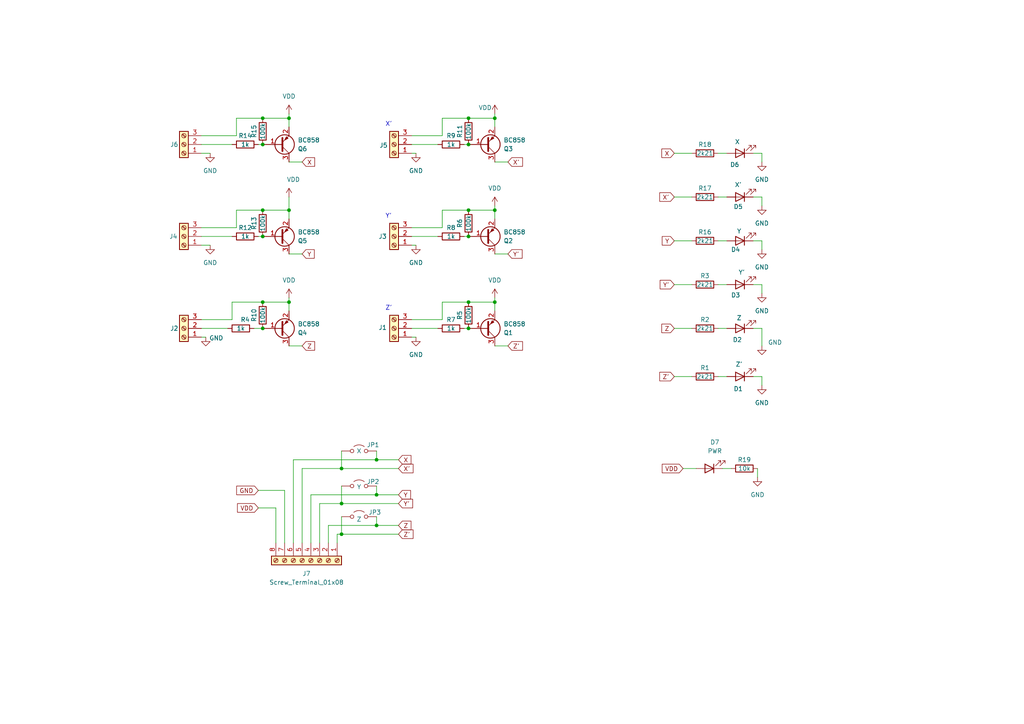
<source format=kicad_sch>
(kicad_sch
	(version 20231120)
	(generator "eeschema")
	(generator_version "8.0")
	(uuid "10cf2a5c-d6d7-4e20-9747-d4e5a4d22b56")
	(paper "A4")
	(lib_symbols
		(symbol "Connector:Screw_Terminal_01x03"
			(pin_names
				(offset 1.016) hide)
			(exclude_from_sim no)
			(in_bom yes)
			(on_board yes)
			(property "Reference" "J"
				(at 0 5.08 0)
				(effects
					(font
						(size 1.27 1.27)
					)
				)
			)
			(property "Value" "Screw_Terminal_01x03"
				(at 0 -5.08 0)
				(effects
					(font
						(size 1.27 1.27)
					)
				)
			)
			(property "Footprint" ""
				(at 0 0 0)
				(effects
					(font
						(size 1.27 1.27)
					)
					(hide yes)
				)
			)
			(property "Datasheet" "~"
				(at 0 0 0)
				(effects
					(font
						(size 1.27 1.27)
					)
					(hide yes)
				)
			)
			(property "Description" "Generic screw terminal, single row, 01x03, script generated (kicad-library-utils/schlib/autogen/connector/)"
				(at 0 0 0)
				(effects
					(font
						(size 1.27 1.27)
					)
					(hide yes)
				)
			)
			(property "ki_keywords" "screw terminal"
				(at 0 0 0)
				(effects
					(font
						(size 1.27 1.27)
					)
					(hide yes)
				)
			)
			(property "ki_fp_filters" "TerminalBlock*:*"
				(at 0 0 0)
				(effects
					(font
						(size 1.27 1.27)
					)
					(hide yes)
				)
			)
			(symbol "Screw_Terminal_01x03_1_1"
				(rectangle
					(start -1.27 3.81)
					(end 1.27 -3.81)
					(stroke
						(width 0.254)
						(type default)
					)
					(fill
						(type background)
					)
				)
				(circle
					(center 0 -2.54)
					(radius 0.635)
					(stroke
						(width 0.1524)
						(type default)
					)
					(fill
						(type none)
					)
				)
				(polyline
					(pts
						(xy -0.5334 -2.2098) (xy 0.3302 -3.048)
					)
					(stroke
						(width 0.1524)
						(type default)
					)
					(fill
						(type none)
					)
				)
				(polyline
					(pts
						(xy -0.5334 0.3302) (xy 0.3302 -0.508)
					)
					(stroke
						(width 0.1524)
						(type default)
					)
					(fill
						(type none)
					)
				)
				(polyline
					(pts
						(xy -0.5334 2.8702) (xy 0.3302 2.032)
					)
					(stroke
						(width 0.1524)
						(type default)
					)
					(fill
						(type none)
					)
				)
				(polyline
					(pts
						(xy -0.3556 -2.032) (xy 0.508 -2.8702)
					)
					(stroke
						(width 0.1524)
						(type default)
					)
					(fill
						(type none)
					)
				)
				(polyline
					(pts
						(xy -0.3556 0.508) (xy 0.508 -0.3302)
					)
					(stroke
						(width 0.1524)
						(type default)
					)
					(fill
						(type none)
					)
				)
				(polyline
					(pts
						(xy -0.3556 3.048) (xy 0.508 2.2098)
					)
					(stroke
						(width 0.1524)
						(type default)
					)
					(fill
						(type none)
					)
				)
				(circle
					(center 0 0)
					(radius 0.635)
					(stroke
						(width 0.1524)
						(type default)
					)
					(fill
						(type none)
					)
				)
				(circle
					(center 0 2.54)
					(radius 0.635)
					(stroke
						(width 0.1524)
						(type default)
					)
					(fill
						(type none)
					)
				)
				(pin passive line
					(at -5.08 2.54 0)
					(length 3.81)
					(name "Pin_1"
						(effects
							(font
								(size 1.27 1.27)
							)
						)
					)
					(number "1"
						(effects
							(font
								(size 1.27 1.27)
							)
						)
					)
				)
				(pin passive line
					(at -5.08 0 0)
					(length 3.81)
					(name "Pin_2"
						(effects
							(font
								(size 1.27 1.27)
							)
						)
					)
					(number "2"
						(effects
							(font
								(size 1.27 1.27)
							)
						)
					)
				)
				(pin passive line
					(at -5.08 -2.54 0)
					(length 3.81)
					(name "Pin_3"
						(effects
							(font
								(size 1.27 1.27)
							)
						)
					)
					(number "3"
						(effects
							(font
								(size 1.27 1.27)
							)
						)
					)
				)
			)
		)
		(symbol "Connector:Screw_Terminal_01x08"
			(pin_names
				(offset 1.016) hide)
			(exclude_from_sim no)
			(in_bom yes)
			(on_board yes)
			(property "Reference" "J"
				(at 0 10.16 0)
				(effects
					(font
						(size 1.27 1.27)
					)
				)
			)
			(property "Value" "Screw_Terminal_01x08"
				(at 0 -12.7 0)
				(effects
					(font
						(size 1.27 1.27)
					)
				)
			)
			(property "Footprint" ""
				(at 0 0 0)
				(effects
					(font
						(size 1.27 1.27)
					)
					(hide yes)
				)
			)
			(property "Datasheet" "~"
				(at 0 0 0)
				(effects
					(font
						(size 1.27 1.27)
					)
					(hide yes)
				)
			)
			(property "Description" "Generic screw terminal, single row, 01x08, script generated (kicad-library-utils/schlib/autogen/connector/)"
				(at 0 0 0)
				(effects
					(font
						(size 1.27 1.27)
					)
					(hide yes)
				)
			)
			(property "ki_keywords" "screw terminal"
				(at 0 0 0)
				(effects
					(font
						(size 1.27 1.27)
					)
					(hide yes)
				)
			)
			(property "ki_fp_filters" "TerminalBlock*:*"
				(at 0 0 0)
				(effects
					(font
						(size 1.27 1.27)
					)
					(hide yes)
				)
			)
			(symbol "Screw_Terminal_01x08_1_1"
				(rectangle
					(start -1.27 8.89)
					(end 1.27 -11.43)
					(stroke
						(width 0.254)
						(type default)
					)
					(fill
						(type background)
					)
				)
				(circle
					(center 0 -10.16)
					(radius 0.635)
					(stroke
						(width 0.1524)
						(type default)
					)
					(fill
						(type none)
					)
				)
				(circle
					(center 0 -7.62)
					(radius 0.635)
					(stroke
						(width 0.1524)
						(type default)
					)
					(fill
						(type none)
					)
				)
				(circle
					(center 0 -5.08)
					(radius 0.635)
					(stroke
						(width 0.1524)
						(type default)
					)
					(fill
						(type none)
					)
				)
				(circle
					(center 0 -2.54)
					(radius 0.635)
					(stroke
						(width 0.1524)
						(type default)
					)
					(fill
						(type none)
					)
				)
				(polyline
					(pts
						(xy -0.5334 -9.8298) (xy 0.3302 -10.668)
					)
					(stroke
						(width 0.1524)
						(type default)
					)
					(fill
						(type none)
					)
				)
				(polyline
					(pts
						(xy -0.5334 -7.2898) (xy 0.3302 -8.128)
					)
					(stroke
						(width 0.1524)
						(type default)
					)
					(fill
						(type none)
					)
				)
				(polyline
					(pts
						(xy -0.5334 -4.7498) (xy 0.3302 -5.588)
					)
					(stroke
						(width 0.1524)
						(type default)
					)
					(fill
						(type none)
					)
				)
				(polyline
					(pts
						(xy -0.5334 -2.2098) (xy 0.3302 -3.048)
					)
					(stroke
						(width 0.1524)
						(type default)
					)
					(fill
						(type none)
					)
				)
				(polyline
					(pts
						(xy -0.5334 0.3302) (xy 0.3302 -0.508)
					)
					(stroke
						(width 0.1524)
						(type default)
					)
					(fill
						(type none)
					)
				)
				(polyline
					(pts
						(xy -0.5334 2.8702) (xy 0.3302 2.032)
					)
					(stroke
						(width 0.1524)
						(type default)
					)
					(fill
						(type none)
					)
				)
				(polyline
					(pts
						(xy -0.5334 5.4102) (xy 0.3302 4.572)
					)
					(stroke
						(width 0.1524)
						(type default)
					)
					(fill
						(type none)
					)
				)
				(polyline
					(pts
						(xy -0.5334 7.9502) (xy 0.3302 7.112)
					)
					(stroke
						(width 0.1524)
						(type default)
					)
					(fill
						(type none)
					)
				)
				(polyline
					(pts
						(xy -0.3556 -9.652) (xy 0.508 -10.4902)
					)
					(stroke
						(width 0.1524)
						(type default)
					)
					(fill
						(type none)
					)
				)
				(polyline
					(pts
						(xy -0.3556 -7.112) (xy 0.508 -7.9502)
					)
					(stroke
						(width 0.1524)
						(type default)
					)
					(fill
						(type none)
					)
				)
				(polyline
					(pts
						(xy -0.3556 -4.572) (xy 0.508 -5.4102)
					)
					(stroke
						(width 0.1524)
						(type default)
					)
					(fill
						(type none)
					)
				)
				(polyline
					(pts
						(xy -0.3556 -2.032) (xy 0.508 -2.8702)
					)
					(stroke
						(width 0.1524)
						(type default)
					)
					(fill
						(type none)
					)
				)
				(polyline
					(pts
						(xy -0.3556 0.508) (xy 0.508 -0.3302)
					)
					(stroke
						(width 0.1524)
						(type default)
					)
					(fill
						(type none)
					)
				)
				(polyline
					(pts
						(xy -0.3556 3.048) (xy 0.508 2.2098)
					)
					(stroke
						(width 0.1524)
						(type default)
					)
					(fill
						(type none)
					)
				)
				(polyline
					(pts
						(xy -0.3556 5.588) (xy 0.508 4.7498)
					)
					(stroke
						(width 0.1524)
						(type default)
					)
					(fill
						(type none)
					)
				)
				(polyline
					(pts
						(xy -0.3556 8.128) (xy 0.508 7.2898)
					)
					(stroke
						(width 0.1524)
						(type default)
					)
					(fill
						(type none)
					)
				)
				(circle
					(center 0 0)
					(radius 0.635)
					(stroke
						(width 0.1524)
						(type default)
					)
					(fill
						(type none)
					)
				)
				(circle
					(center 0 2.54)
					(radius 0.635)
					(stroke
						(width 0.1524)
						(type default)
					)
					(fill
						(type none)
					)
				)
				(circle
					(center 0 5.08)
					(radius 0.635)
					(stroke
						(width 0.1524)
						(type default)
					)
					(fill
						(type none)
					)
				)
				(circle
					(center 0 7.62)
					(radius 0.635)
					(stroke
						(width 0.1524)
						(type default)
					)
					(fill
						(type none)
					)
				)
				(pin passive line
					(at -5.08 7.62 0)
					(length 3.81)
					(name "Pin_1"
						(effects
							(font
								(size 1.27 1.27)
							)
						)
					)
					(number "1"
						(effects
							(font
								(size 1.27 1.27)
							)
						)
					)
				)
				(pin passive line
					(at -5.08 5.08 0)
					(length 3.81)
					(name "Pin_2"
						(effects
							(font
								(size 1.27 1.27)
							)
						)
					)
					(number "2"
						(effects
							(font
								(size 1.27 1.27)
							)
						)
					)
				)
				(pin passive line
					(at -5.08 2.54 0)
					(length 3.81)
					(name "Pin_3"
						(effects
							(font
								(size 1.27 1.27)
							)
						)
					)
					(number "3"
						(effects
							(font
								(size 1.27 1.27)
							)
						)
					)
				)
				(pin passive line
					(at -5.08 0 0)
					(length 3.81)
					(name "Pin_4"
						(effects
							(font
								(size 1.27 1.27)
							)
						)
					)
					(number "4"
						(effects
							(font
								(size 1.27 1.27)
							)
						)
					)
				)
				(pin passive line
					(at -5.08 -2.54 0)
					(length 3.81)
					(name "Pin_5"
						(effects
							(font
								(size 1.27 1.27)
							)
						)
					)
					(number "5"
						(effects
							(font
								(size 1.27 1.27)
							)
						)
					)
				)
				(pin passive line
					(at -5.08 -5.08 0)
					(length 3.81)
					(name "Pin_6"
						(effects
							(font
								(size 1.27 1.27)
							)
						)
					)
					(number "6"
						(effects
							(font
								(size 1.27 1.27)
							)
						)
					)
				)
				(pin passive line
					(at -5.08 -7.62 0)
					(length 3.81)
					(name "Pin_7"
						(effects
							(font
								(size 1.27 1.27)
							)
						)
					)
					(number "7"
						(effects
							(font
								(size 1.27 1.27)
							)
						)
					)
				)
				(pin passive line
					(at -5.08 -10.16 0)
					(length 3.81)
					(name "Pin_8"
						(effects
							(font
								(size 1.27 1.27)
							)
						)
					)
					(number "8"
						(effects
							(font
								(size 1.27 1.27)
							)
						)
					)
				)
			)
		)
		(symbol "Device:LED"
			(pin_numbers hide)
			(pin_names
				(offset 1.016) hide)
			(exclude_from_sim no)
			(in_bom yes)
			(on_board yes)
			(property "Reference" "D"
				(at 0 2.54 0)
				(effects
					(font
						(size 1.27 1.27)
					)
				)
			)
			(property "Value" "LED"
				(at 0 -2.54 0)
				(effects
					(font
						(size 1.27 1.27)
					)
				)
			)
			(property "Footprint" ""
				(at 0 0 0)
				(effects
					(font
						(size 1.27 1.27)
					)
					(hide yes)
				)
			)
			(property "Datasheet" "~"
				(at 0 0 0)
				(effects
					(font
						(size 1.27 1.27)
					)
					(hide yes)
				)
			)
			(property "Description" "Light emitting diode"
				(at 0 0 0)
				(effects
					(font
						(size 1.27 1.27)
					)
					(hide yes)
				)
			)
			(property "ki_keywords" "LED diode"
				(at 0 0 0)
				(effects
					(font
						(size 1.27 1.27)
					)
					(hide yes)
				)
			)
			(property "ki_fp_filters" "LED* LED_SMD:* LED_THT:*"
				(at 0 0 0)
				(effects
					(font
						(size 1.27 1.27)
					)
					(hide yes)
				)
			)
			(symbol "LED_0_1"
				(polyline
					(pts
						(xy -1.27 -1.27) (xy -1.27 1.27)
					)
					(stroke
						(width 0.254)
						(type default)
					)
					(fill
						(type none)
					)
				)
				(polyline
					(pts
						(xy -1.27 0) (xy 1.27 0)
					)
					(stroke
						(width 0)
						(type default)
					)
					(fill
						(type none)
					)
				)
				(polyline
					(pts
						(xy 1.27 -1.27) (xy 1.27 1.27) (xy -1.27 0) (xy 1.27 -1.27)
					)
					(stroke
						(width 0.254)
						(type default)
					)
					(fill
						(type none)
					)
				)
				(polyline
					(pts
						(xy -3.048 -0.762) (xy -4.572 -2.286) (xy -3.81 -2.286) (xy -4.572 -2.286) (xy -4.572 -1.524)
					)
					(stroke
						(width 0)
						(type default)
					)
					(fill
						(type none)
					)
				)
				(polyline
					(pts
						(xy -1.778 -0.762) (xy -3.302 -2.286) (xy -2.54 -2.286) (xy -3.302 -2.286) (xy -3.302 -1.524)
					)
					(stroke
						(width 0)
						(type default)
					)
					(fill
						(type none)
					)
				)
			)
			(symbol "LED_1_1"
				(pin passive line
					(at -3.81 0 0)
					(length 2.54)
					(name "K"
						(effects
							(font
								(size 1.27 1.27)
							)
						)
					)
					(number "1"
						(effects
							(font
								(size 1.27 1.27)
							)
						)
					)
				)
				(pin passive line
					(at 3.81 0 180)
					(length 2.54)
					(name "A"
						(effects
							(font
								(size 1.27 1.27)
							)
						)
					)
					(number "2"
						(effects
							(font
								(size 1.27 1.27)
							)
						)
					)
				)
			)
		)
		(symbol "Device:R"
			(pin_numbers hide)
			(pin_names
				(offset 0)
			)
			(exclude_from_sim no)
			(in_bom yes)
			(on_board yes)
			(property "Reference" "R"
				(at 2.032 0 90)
				(effects
					(font
						(size 1.27 1.27)
					)
				)
			)
			(property "Value" "R"
				(at 0 0 90)
				(effects
					(font
						(size 1.27 1.27)
					)
				)
			)
			(property "Footprint" ""
				(at -1.778 0 90)
				(effects
					(font
						(size 1.27 1.27)
					)
					(hide yes)
				)
			)
			(property "Datasheet" "~"
				(at 0 0 0)
				(effects
					(font
						(size 1.27 1.27)
					)
					(hide yes)
				)
			)
			(property "Description" "Resistor"
				(at 0 0 0)
				(effects
					(font
						(size 1.27 1.27)
					)
					(hide yes)
				)
			)
			(property "ki_keywords" "R res resistor"
				(at 0 0 0)
				(effects
					(font
						(size 1.27 1.27)
					)
					(hide yes)
				)
			)
			(property "ki_fp_filters" "R_*"
				(at 0 0 0)
				(effects
					(font
						(size 1.27 1.27)
					)
					(hide yes)
				)
			)
			(symbol "R_0_1"
				(rectangle
					(start -1.016 -2.54)
					(end 1.016 2.54)
					(stroke
						(width 0.254)
						(type default)
					)
					(fill
						(type none)
					)
				)
			)
			(symbol "R_1_1"
				(pin passive line
					(at 0 3.81 270)
					(length 1.27)
					(name "~"
						(effects
							(font
								(size 1.27 1.27)
							)
						)
					)
					(number "1"
						(effects
							(font
								(size 1.27 1.27)
							)
						)
					)
				)
				(pin passive line
					(at 0 -3.81 90)
					(length 1.27)
					(name "~"
						(effects
							(font
								(size 1.27 1.27)
							)
						)
					)
					(number "2"
						(effects
							(font
								(size 1.27 1.27)
							)
						)
					)
				)
			)
		)
		(symbol "Jumper:Jumper_2_Open"
			(pin_numbers hide)
			(pin_names
				(offset 0) hide)
			(exclude_from_sim yes)
			(in_bom yes)
			(on_board yes)
			(property "Reference" "JP"
				(at 0 2.794 0)
				(effects
					(font
						(size 1.27 1.27)
					)
				)
			)
			(property "Value" "Jumper_2_Open"
				(at 0 -2.286 0)
				(effects
					(font
						(size 1.27 1.27)
					)
				)
			)
			(property "Footprint" ""
				(at 0 0 0)
				(effects
					(font
						(size 1.27 1.27)
					)
					(hide yes)
				)
			)
			(property "Datasheet" "~"
				(at 0 0 0)
				(effects
					(font
						(size 1.27 1.27)
					)
					(hide yes)
				)
			)
			(property "Description" "Jumper, 2-pole, open"
				(at 0 0 0)
				(effects
					(font
						(size 1.27 1.27)
					)
					(hide yes)
				)
			)
			(property "ki_keywords" "Jumper SPST"
				(at 0 0 0)
				(effects
					(font
						(size 1.27 1.27)
					)
					(hide yes)
				)
			)
			(property "ki_fp_filters" "Jumper* TestPoint*2Pads* TestPoint*Bridge*"
				(at 0 0 0)
				(effects
					(font
						(size 1.27 1.27)
					)
					(hide yes)
				)
			)
			(symbol "Jumper_2_Open_0_0"
				(circle
					(center -2.032 0)
					(radius 0.508)
					(stroke
						(width 0)
						(type default)
					)
					(fill
						(type none)
					)
				)
				(circle
					(center 2.032 0)
					(radius 0.508)
					(stroke
						(width 0)
						(type default)
					)
					(fill
						(type none)
					)
				)
			)
			(symbol "Jumper_2_Open_0_1"
				(arc
					(start 1.524 1.27)
					(mid 0 1.778)
					(end -1.524 1.27)
					(stroke
						(width 0)
						(type default)
					)
					(fill
						(type none)
					)
				)
			)
			(symbol "Jumper_2_Open_1_1"
				(pin passive line
					(at -5.08 0 0)
					(length 2.54)
					(name "A"
						(effects
							(font
								(size 1.27 1.27)
							)
						)
					)
					(number "1"
						(effects
							(font
								(size 1.27 1.27)
							)
						)
					)
				)
				(pin passive line
					(at 5.08 0 180)
					(length 2.54)
					(name "B"
						(effects
							(font
								(size 1.27 1.27)
							)
						)
					)
					(number "2"
						(effects
							(font
								(size 1.27 1.27)
							)
						)
					)
				)
			)
		)
		(symbol "Transistor_BJT:BC858"
			(pin_names
				(offset 0) hide)
			(exclude_from_sim no)
			(in_bom yes)
			(on_board yes)
			(property "Reference" "Q"
				(at 5.08 1.905 0)
				(effects
					(font
						(size 1.27 1.27)
					)
					(justify left)
				)
			)
			(property "Value" "BC858"
				(at 5.08 0 0)
				(effects
					(font
						(size 1.27 1.27)
					)
					(justify left)
				)
			)
			(property "Footprint" "Package_TO_SOT_SMD:SOT-23"
				(at 5.08 -1.905 0)
				(effects
					(font
						(size 1.27 1.27)
						(italic yes)
					)
					(justify left)
					(hide yes)
				)
			)
			(property "Datasheet" "https://www.onsemi.com/pub/Collateral/BC860-D.pdf"
				(at 0 0 0)
				(effects
					(font
						(size 1.27 1.27)
					)
					(justify left)
					(hide yes)
				)
			)
			(property "Description" "0.1A Ic, 30V Vce, PNP Transistor, SOT-23"
				(at 0 0 0)
				(effects
					(font
						(size 1.27 1.27)
					)
					(hide yes)
				)
			)
			(property "ki_keywords" "PNP transistor"
				(at 0 0 0)
				(effects
					(font
						(size 1.27 1.27)
					)
					(hide yes)
				)
			)
			(property "ki_fp_filters" "SOT?23*"
				(at 0 0 0)
				(effects
					(font
						(size 1.27 1.27)
					)
					(hide yes)
				)
			)
			(symbol "BC858_0_1"
				(polyline
					(pts
						(xy 0.635 0.635) (xy 2.54 2.54)
					)
					(stroke
						(width 0)
						(type default)
					)
					(fill
						(type none)
					)
				)
				(polyline
					(pts
						(xy 0.635 -0.635) (xy 2.54 -2.54) (xy 2.54 -2.54)
					)
					(stroke
						(width 0)
						(type default)
					)
					(fill
						(type none)
					)
				)
				(polyline
					(pts
						(xy 0.635 1.905) (xy 0.635 -1.905) (xy 0.635 -1.905)
					)
					(stroke
						(width 0.508)
						(type default)
					)
					(fill
						(type none)
					)
				)
				(polyline
					(pts
						(xy 2.286 -1.778) (xy 1.778 -2.286) (xy 1.27 -1.27) (xy 2.286 -1.778) (xy 2.286 -1.778)
					)
					(stroke
						(width 0)
						(type default)
					)
					(fill
						(type outline)
					)
				)
				(circle
					(center 1.27 0)
					(radius 2.8194)
					(stroke
						(width 0.254)
						(type default)
					)
					(fill
						(type none)
					)
				)
			)
			(symbol "BC858_1_1"
				(pin input line
					(at -5.08 0 0)
					(length 5.715)
					(name "B"
						(effects
							(font
								(size 1.27 1.27)
							)
						)
					)
					(number "1"
						(effects
							(font
								(size 1.27 1.27)
							)
						)
					)
				)
				(pin passive line
					(at 2.54 -5.08 90)
					(length 2.54)
					(name "E"
						(effects
							(font
								(size 1.27 1.27)
							)
						)
					)
					(number "2"
						(effects
							(font
								(size 1.27 1.27)
							)
						)
					)
				)
				(pin passive line
					(at 2.54 5.08 270)
					(length 2.54)
					(name "C"
						(effects
							(font
								(size 1.27 1.27)
							)
						)
					)
					(number "3"
						(effects
							(font
								(size 1.27 1.27)
							)
						)
					)
				)
			)
		)
		(symbol "power:GND"
			(power)
			(pin_names
				(offset 0)
			)
			(exclude_from_sim no)
			(in_bom yes)
			(on_board yes)
			(property "Reference" "#PWR"
				(at 0 -6.35 0)
				(effects
					(font
						(size 1.27 1.27)
					)
					(hide yes)
				)
			)
			(property "Value" "GND"
				(at 0 -3.81 0)
				(effects
					(font
						(size 1.27 1.27)
					)
				)
			)
			(property "Footprint" ""
				(at 0 0 0)
				(effects
					(font
						(size 1.27 1.27)
					)
					(hide yes)
				)
			)
			(property "Datasheet" ""
				(at 0 0 0)
				(effects
					(font
						(size 1.27 1.27)
					)
					(hide yes)
				)
			)
			(property "Description" "Power symbol creates a global label with name \"GND\" , ground"
				(at 0 0 0)
				(effects
					(font
						(size 1.27 1.27)
					)
					(hide yes)
				)
			)
			(property "ki_keywords" "global power"
				(at 0 0 0)
				(effects
					(font
						(size 1.27 1.27)
					)
					(hide yes)
				)
			)
			(symbol "GND_0_1"
				(polyline
					(pts
						(xy 0 0) (xy 0 -1.27) (xy 1.27 -1.27) (xy 0 -2.54) (xy -1.27 -1.27) (xy 0 -1.27)
					)
					(stroke
						(width 0)
						(type default)
					)
					(fill
						(type none)
					)
				)
			)
			(symbol "GND_1_1"
				(pin power_in line
					(at 0 0 270)
					(length 0) hide
					(name "GND"
						(effects
							(font
								(size 1.27 1.27)
							)
						)
					)
					(number "1"
						(effects
							(font
								(size 1.27 1.27)
							)
						)
					)
				)
			)
		)
		(symbol "power:VDD"
			(power)
			(pin_names
				(offset 0)
			)
			(exclude_from_sim no)
			(in_bom yes)
			(on_board yes)
			(property "Reference" "#PWR"
				(at 0 -3.81 0)
				(effects
					(font
						(size 1.27 1.27)
					)
					(hide yes)
				)
			)
			(property "Value" "VDD"
				(at 0 3.81 0)
				(effects
					(font
						(size 1.27 1.27)
					)
				)
			)
			(property "Footprint" ""
				(at 0 0 0)
				(effects
					(font
						(size 1.27 1.27)
					)
					(hide yes)
				)
			)
			(property "Datasheet" ""
				(at 0 0 0)
				(effects
					(font
						(size 1.27 1.27)
					)
					(hide yes)
				)
			)
			(property "Description" "Power symbol creates a global label with name \"VDD\""
				(at 0 0 0)
				(effects
					(font
						(size 1.27 1.27)
					)
					(hide yes)
				)
			)
			(property "ki_keywords" "global power"
				(at 0 0 0)
				(effects
					(font
						(size 1.27 1.27)
					)
					(hide yes)
				)
			)
			(symbol "VDD_0_1"
				(polyline
					(pts
						(xy -0.762 1.27) (xy 0 2.54)
					)
					(stroke
						(width 0)
						(type default)
					)
					(fill
						(type none)
					)
				)
				(polyline
					(pts
						(xy 0 0) (xy 0 2.54)
					)
					(stroke
						(width 0)
						(type default)
					)
					(fill
						(type none)
					)
				)
				(polyline
					(pts
						(xy 0 2.54) (xy 0.762 1.27)
					)
					(stroke
						(width 0)
						(type default)
					)
					(fill
						(type none)
					)
				)
			)
			(symbol "VDD_1_1"
				(pin power_in line
					(at 0 0 90)
					(length 0) hide
					(name "VDD"
						(effects
							(font
								(size 1.27 1.27)
							)
						)
					)
					(number "1"
						(effects
							(font
								(size 1.27 1.27)
							)
						)
					)
				)
			)
		)
	)
	(junction
		(at 135.89 34.29)
		(diameter 0)
		(color 0 0 0 0)
		(uuid "15ae4c2f-da94-4592-9897-f1720d48706b")
	)
	(junction
		(at 99.06 146.05)
		(diameter 0)
		(color 0 0 0 0)
		(uuid "1b979212-6885-4653-965b-5b3b1c4ab750")
	)
	(junction
		(at 76.2 34.29)
		(diameter 0)
		(color 0 0 0 0)
		(uuid "1e72dea1-f4dd-4f09-9382-6bbff8752367")
	)
	(junction
		(at 143.51 60.96)
		(diameter 0)
		(color 0 0 0 0)
		(uuid "22d5eac8-2717-4eb1-9e95-fc568c53b09a")
	)
	(junction
		(at 76.2 41.91)
		(diameter 0)
		(color 0 0 0 0)
		(uuid "3619de32-d1d7-468b-ac71-0abbe291428f")
	)
	(junction
		(at 135.89 68.58)
		(diameter 0)
		(color 0 0 0 0)
		(uuid "37a0b3cb-dfd7-4f08-9ada-1a961a57787b")
	)
	(junction
		(at 76.2 68.58)
		(diameter 0)
		(color 0 0 0 0)
		(uuid "45a1d27a-334d-45e6-8f95-88d9fe30d885")
	)
	(junction
		(at 143.51 87.63)
		(diameter 0)
		(color 0 0 0 0)
		(uuid "4ba7d642-c7f9-40c3-84bf-82f7a6474a31")
	)
	(junction
		(at 109.22 133.35)
		(diameter 0)
		(color 0 0 0 0)
		(uuid "54be9fae-ebec-4923-b20f-73b40da4fab0")
	)
	(junction
		(at 83.82 87.63)
		(diameter 0)
		(color 0 0 0 0)
		(uuid "656cf1a2-e2b2-4d18-a444-e17eca1515e3")
	)
	(junction
		(at 135.89 41.91)
		(diameter 0)
		(color 0 0 0 0)
		(uuid "66e95575-b25e-42f0-b2ce-f72a7c1745af")
	)
	(junction
		(at 135.89 95.25)
		(diameter 0)
		(color 0 0 0 0)
		(uuid "6c21d408-1e5a-4b56-88e0-4cb346917d15")
	)
	(junction
		(at 76.2 60.96)
		(diameter 0)
		(color 0 0 0 0)
		(uuid "6d80e9ef-da3b-4699-b27c-0ff7c07d195c")
	)
	(junction
		(at 83.82 34.29)
		(diameter 0)
		(color 0 0 0 0)
		(uuid "81487ea2-4012-4caf-b54a-13b1a80581c0")
	)
	(junction
		(at 76.2 95.25)
		(diameter 0)
		(color 0 0 0 0)
		(uuid "8557356b-eda5-44fe-9212-1c089d1c2274")
	)
	(junction
		(at 135.89 60.96)
		(diameter 0)
		(color 0 0 0 0)
		(uuid "8a369dc0-ee3b-4604-8341-a25434c1d80f")
	)
	(junction
		(at 135.89 87.63)
		(diameter 0)
		(color 0 0 0 0)
		(uuid "9d1e9ece-d1c8-4b5b-bff7-77ab903b1b63")
	)
	(junction
		(at 109.22 143.51)
		(diameter 0)
		(color 0 0 0 0)
		(uuid "a5d46642-7c04-437a-bba9-02d93bf0ee88")
	)
	(junction
		(at 143.51 34.29)
		(diameter 0)
		(color 0 0 0 0)
		(uuid "ac4be877-0bd4-45a2-bf86-9de9bdcc8e47")
	)
	(junction
		(at 76.2 87.63)
		(diameter 0)
		(color 0 0 0 0)
		(uuid "b2b8baa7-a153-4d56-b408-817013879782")
	)
	(junction
		(at 109.22 152.4)
		(diameter 0)
		(color 0 0 0 0)
		(uuid "c20e6942-e773-4c82-9032-3fbf11c171aa")
	)
	(junction
		(at 83.82 60.96)
		(diameter 0)
		(color 0 0 0 0)
		(uuid "e4e68a93-9756-4963-b27b-d2eb79fdd028")
	)
	(junction
		(at 99.06 135.89)
		(diameter 0)
		(color 0 0 0 0)
		(uuid "e77d4c82-30c4-4a2f-8f5e-1fca3ba4f9d2")
	)
	(junction
		(at 99.06 154.94)
		(diameter 0)
		(color 0 0 0 0)
		(uuid "f6bd9bcb-4a8c-4c85-b70e-6e7f1c292135")
	)
	(wire
		(pts
			(xy 68.58 39.37) (xy 68.58 34.29)
		)
		(stroke
			(width 0)
			(type default)
		)
		(uuid "005a77f7-2482-4290-896c-c1f4b8df2cf9")
	)
	(wire
		(pts
			(xy 85.09 133.35) (xy 85.09 157.48)
		)
		(stroke
			(width 0)
			(type default)
		)
		(uuid "03c286dc-50dc-4806-9142-ffa1349b9874")
	)
	(wire
		(pts
			(xy 109.22 130.81) (xy 109.22 133.35)
		)
		(stroke
			(width 0)
			(type default)
		)
		(uuid "04f7459c-052a-4ff8-93d5-3ad57f620eb7")
	)
	(wire
		(pts
			(xy 68.58 34.29) (xy 76.2 34.29)
		)
		(stroke
			(width 0)
			(type default)
		)
		(uuid "093bf5ae-95bb-47f8-a74d-2a8f8c58bf16")
	)
	(wire
		(pts
			(xy 67.31 87.63) (xy 67.31 92.71)
		)
		(stroke
			(width 0)
			(type default)
		)
		(uuid "093da35f-5a67-4632-88d4-6910cca08728")
	)
	(wire
		(pts
			(xy 220.98 95.25) (xy 220.98 100.33)
		)
		(stroke
			(width 0)
			(type default)
		)
		(uuid "0c90b92a-3eaa-4dbf-b25d-93ac07666c50")
	)
	(wire
		(pts
			(xy 80.01 157.48) (xy 80.01 147.32)
		)
		(stroke
			(width 0)
			(type default)
		)
		(uuid "0ca0809b-036b-4cda-a5f0-0c9a2792be5d")
	)
	(wire
		(pts
			(xy 68.58 66.04) (xy 68.58 60.96)
		)
		(stroke
			(width 0)
			(type default)
		)
		(uuid "0e173946-a05c-4273-a2c8-e8c1467171a9")
	)
	(wire
		(pts
			(xy 195.58 44.45) (xy 200.66 44.45)
		)
		(stroke
			(width 0)
			(type default)
		)
		(uuid "0ed39568-2451-4395-8907-262f63ca7813")
	)
	(wire
		(pts
			(xy 220.98 69.85) (xy 220.98 72.39)
		)
		(stroke
			(width 0)
			(type default)
		)
		(uuid "0f2c18df-21a3-467f-b1d2-37ded7a04067")
	)
	(wire
		(pts
			(xy 99.06 149.86) (xy 99.06 154.94)
		)
		(stroke
			(width 0)
			(type default)
		)
		(uuid "0fcec196-be32-4620-9e03-61002a3b9df7")
	)
	(wire
		(pts
			(xy 95.25 152.4) (xy 109.22 152.4)
		)
		(stroke
			(width 0)
			(type default)
		)
		(uuid "13896ff0-0bb3-413a-8378-02ea03eafb04")
	)
	(wire
		(pts
			(xy 119.38 39.37) (xy 128.27 39.37)
		)
		(stroke
			(width 0)
			(type default)
		)
		(uuid "14a41868-74b9-4e5a-8fef-14bcdf427cf7")
	)
	(wire
		(pts
			(xy 82.55 157.48) (xy 82.55 142.24)
		)
		(stroke
			(width 0)
			(type default)
		)
		(uuid "16473e05-6058-4b97-aa24-9b13b43683e2")
	)
	(wire
		(pts
			(xy 220.98 57.15) (xy 220.98 59.69)
		)
		(stroke
			(width 0)
			(type default)
		)
		(uuid "173e3b44-02f0-473f-8695-f64a5db04e46")
	)
	(wire
		(pts
			(xy 109.22 149.86) (xy 109.22 152.4)
		)
		(stroke
			(width 0)
			(type default)
		)
		(uuid "1a3f1774-2eab-4854-bcd1-3e26022e9e6d")
	)
	(wire
		(pts
			(xy 119.38 92.71) (xy 128.27 92.71)
		)
		(stroke
			(width 0)
			(type default)
		)
		(uuid "1da6d24d-7692-42a1-9c4a-12a701ea3bf5")
	)
	(wire
		(pts
			(xy 195.58 69.85) (xy 200.66 69.85)
		)
		(stroke
			(width 0)
			(type default)
		)
		(uuid "211b3037-fe69-4c64-bbcd-969686035e8c")
	)
	(wire
		(pts
			(xy 208.28 109.22) (xy 210.82 109.22)
		)
		(stroke
			(width 0)
			(type default)
		)
		(uuid "222bffc4-77e3-4d02-8cda-e7a379a6df46")
	)
	(wire
		(pts
			(xy 220.98 82.55) (xy 220.98 85.09)
		)
		(stroke
			(width 0)
			(type default)
		)
		(uuid "238a6e6c-2685-4b4b-8d99-4f9d1328271b")
	)
	(wire
		(pts
			(xy 90.17 143.51) (xy 90.17 157.48)
		)
		(stroke
			(width 0)
			(type default)
		)
		(uuid "26c9712c-d699-4be9-ae55-758d66fcb10b")
	)
	(wire
		(pts
			(xy 95.25 152.4) (xy 95.25 157.48)
		)
		(stroke
			(width 0)
			(type default)
		)
		(uuid "27bd91c5-3af3-4601-89b7-0fc6b23cefb6")
	)
	(wire
		(pts
			(xy 83.82 33.02) (xy 83.82 34.29)
		)
		(stroke
			(width 0)
			(type default)
		)
		(uuid "28f7a754-0a20-4079-b66b-1bf602dab6fc")
	)
	(wire
		(pts
			(xy 208.28 69.85) (xy 210.82 69.85)
		)
		(stroke
			(width 0)
			(type default)
		)
		(uuid "290d7c2a-aa7b-4989-b274-07aadea3288e")
	)
	(wire
		(pts
			(xy 58.42 41.91) (xy 67.31 41.91)
		)
		(stroke
			(width 0)
			(type default)
		)
		(uuid "2a288542-4250-40c2-a760-897fd82f8122")
	)
	(wire
		(pts
			(xy 220.98 109.22) (xy 220.98 111.76)
		)
		(stroke
			(width 0)
			(type default)
		)
		(uuid "2c3c35e5-9d37-4793-9475-2e91a2aefc58")
	)
	(wire
		(pts
			(xy 218.44 69.85) (xy 220.98 69.85)
		)
		(stroke
			(width 0)
			(type default)
		)
		(uuid "2f7d70c2-f77c-4c02-acfd-26c526e08aa8")
	)
	(wire
		(pts
			(xy 128.27 66.04) (xy 128.27 60.96)
		)
		(stroke
			(width 0)
			(type default)
		)
		(uuid "302ff309-5358-4946-80c1-419384363df9")
	)
	(wire
		(pts
			(xy 195.58 109.22) (xy 200.66 109.22)
		)
		(stroke
			(width 0)
			(type default)
		)
		(uuid "31467168-7844-4117-b06c-bb0436eb213c")
	)
	(wire
		(pts
			(xy 83.82 86.36) (xy 83.82 87.63)
		)
		(stroke
			(width 0)
			(type default)
		)
		(uuid "31ec6b3d-a599-4c84-ac34-886dfe72909f")
	)
	(wire
		(pts
			(xy 134.62 95.25) (xy 135.89 95.25)
		)
		(stroke
			(width 0)
			(type default)
		)
		(uuid "33f59627-a30d-49b9-a3fa-5fc1d0b130a2")
	)
	(wire
		(pts
			(xy 74.93 68.58) (xy 76.2 68.58)
		)
		(stroke
			(width 0)
			(type default)
		)
		(uuid "34142c52-267d-468a-ab84-704b8e8ee404")
	)
	(wire
		(pts
			(xy 143.51 86.36) (xy 143.51 87.63)
		)
		(stroke
			(width 0)
			(type default)
		)
		(uuid "3583c5d3-bcd3-46ae-ac40-576a670da1c7")
	)
	(wire
		(pts
			(xy 68.58 60.96) (xy 76.2 60.96)
		)
		(stroke
			(width 0)
			(type default)
		)
		(uuid "36f753cf-1c16-401c-899c-ec512d0e8306")
	)
	(wire
		(pts
			(xy 218.44 95.25) (xy 220.98 95.25)
		)
		(stroke
			(width 0)
			(type default)
		)
		(uuid "371854e8-3c4a-47af-bc3b-ea41b2e83504")
	)
	(wire
		(pts
			(xy 128.27 34.29) (xy 135.89 34.29)
		)
		(stroke
			(width 0)
			(type default)
		)
		(uuid "3a2be868-511d-4be0-ba5c-a31d04af9c45")
	)
	(wire
		(pts
			(xy 58.42 95.25) (xy 66.04 95.25)
		)
		(stroke
			(width 0)
			(type default)
		)
		(uuid "3a976cfd-3f15-4dcb-a678-609d71eed03a")
	)
	(wire
		(pts
			(xy 97.79 154.94) (xy 99.06 154.94)
		)
		(stroke
			(width 0)
			(type default)
		)
		(uuid "3c9b740b-d851-4112-a45b-dcecdf585a00")
	)
	(wire
		(pts
			(xy 85.09 133.35) (xy 109.22 133.35)
		)
		(stroke
			(width 0)
			(type default)
		)
		(uuid "3dde8ac5-16cf-4371-9e7a-6d77f918baec")
	)
	(wire
		(pts
			(xy 119.38 95.25) (xy 127 95.25)
		)
		(stroke
			(width 0)
			(type default)
		)
		(uuid "40c132ca-8532-4919-b138-b77e55120c96")
	)
	(wire
		(pts
			(xy 67.31 87.63) (xy 76.2 87.63)
		)
		(stroke
			(width 0)
			(type default)
		)
		(uuid "41f38c87-aa55-41f3-85eb-4ad26585fda5")
	)
	(wire
		(pts
			(xy 90.17 143.51) (xy 109.22 143.51)
		)
		(stroke
			(width 0)
			(type default)
		)
		(uuid "481ee330-6b45-439e-ae49-9c0df059e21f")
	)
	(wire
		(pts
			(xy 128.27 87.63) (xy 135.89 87.63)
		)
		(stroke
			(width 0)
			(type default)
		)
		(uuid "484ff29d-280a-4fca-b1e5-ff6b57dcde5d")
	)
	(wire
		(pts
			(xy 135.89 34.29) (xy 143.51 34.29)
		)
		(stroke
			(width 0)
			(type default)
		)
		(uuid "4cd69e5a-eb76-4889-8a49-03dd8bd0df10")
	)
	(wire
		(pts
			(xy 218.44 57.15) (xy 220.98 57.15)
		)
		(stroke
			(width 0)
			(type default)
		)
		(uuid "4e70c56b-98cf-4cb2-bd3a-27701a5a331f")
	)
	(wire
		(pts
			(xy 76.2 60.96) (xy 83.82 60.96)
		)
		(stroke
			(width 0)
			(type default)
		)
		(uuid "4fcd252b-7464-4387-9752-fc0babc96276")
	)
	(wire
		(pts
			(xy 58.42 71.12) (xy 60.96 71.12)
		)
		(stroke
			(width 0)
			(type default)
		)
		(uuid "5171673b-bbcd-44e9-9266-2593a576668c")
	)
	(wire
		(pts
			(xy 83.82 73.66) (xy 87.63 73.66)
		)
		(stroke
			(width 0)
			(type default)
		)
		(uuid "55098629-7137-4428-a7f6-5520d286f091")
	)
	(wire
		(pts
			(xy 195.58 57.15) (xy 200.66 57.15)
		)
		(stroke
			(width 0)
			(type default)
		)
		(uuid "56414452-be90-4e14-a4ae-36209f770447")
	)
	(wire
		(pts
			(xy 58.42 68.58) (xy 67.31 68.58)
		)
		(stroke
			(width 0)
			(type default)
		)
		(uuid "571352f7-c89c-4c54-bca3-a8d60e2acab7")
	)
	(wire
		(pts
			(xy 143.51 87.63) (xy 143.51 90.17)
		)
		(stroke
			(width 0)
			(type default)
		)
		(uuid "572f9d46-3514-4b57-8f01-a07ffc897f79")
	)
	(wire
		(pts
			(xy 143.51 73.66) (xy 147.32 73.66)
		)
		(stroke
			(width 0)
			(type default)
		)
		(uuid "5af85791-6a3c-48d4-9046-8e022f8518ac")
	)
	(wire
		(pts
			(xy 109.22 152.4) (xy 115.57 152.4)
		)
		(stroke
			(width 0)
			(type default)
		)
		(uuid "5b0157b7-3a2b-47c6-aafe-d7b8a5c154b9")
	)
	(wire
		(pts
			(xy 87.63 135.89) (xy 99.06 135.89)
		)
		(stroke
			(width 0)
			(type default)
		)
		(uuid "5b32b55f-a73c-41ab-aaf8-0c0fd29937f6")
	)
	(wire
		(pts
			(xy 143.51 33.02) (xy 143.51 34.29)
		)
		(stroke
			(width 0)
			(type default)
		)
		(uuid "5b857d00-f227-4c40-a097-bea8afb4de64")
	)
	(wire
		(pts
			(xy 143.51 34.29) (xy 143.51 36.83)
		)
		(stroke
			(width 0)
			(type default)
		)
		(uuid "615c3349-8512-4427-8fd4-0cd3f4a85130")
	)
	(wire
		(pts
			(xy 87.63 135.89) (xy 87.63 157.48)
		)
		(stroke
			(width 0)
			(type default)
		)
		(uuid "67a9fb0c-bbf5-4a73-9257-286e1df758cf")
	)
	(wire
		(pts
			(xy 99.06 154.94) (xy 115.57 154.94)
		)
		(stroke
			(width 0)
			(type default)
		)
		(uuid "68ad98cf-acfd-456f-8a4a-1422a3f0b187")
	)
	(wire
		(pts
			(xy 83.82 100.33) (xy 87.63 100.33)
		)
		(stroke
			(width 0)
			(type default)
		)
		(uuid "6adcc9ec-b7b5-455a-832b-b3927f6c13c9")
	)
	(wire
		(pts
			(xy 119.38 71.12) (xy 120.65 71.12)
		)
		(stroke
			(width 0)
			(type default)
		)
		(uuid "6c14d316-5bc8-4c07-9473-10a9f8ce4531")
	)
	(wire
		(pts
			(xy 76.2 87.63) (xy 83.82 87.63)
		)
		(stroke
			(width 0)
			(type default)
		)
		(uuid "6f4cd94b-027b-4758-bb2f-7a4371d099af")
	)
	(wire
		(pts
			(xy 209.55 135.89) (xy 212.09 135.89)
		)
		(stroke
			(width 0)
			(type default)
		)
		(uuid "70bced94-406e-42a3-8e2d-6037b82cd3f6")
	)
	(wire
		(pts
			(xy 83.82 57.15) (xy 83.82 60.96)
		)
		(stroke
			(width 0)
			(type default)
		)
		(uuid "71c82458-5260-40f7-bb5c-054bf8b5e6e7")
	)
	(wire
		(pts
			(xy 99.06 130.81) (xy 99.06 135.89)
		)
		(stroke
			(width 0)
			(type default)
		)
		(uuid "76da5a95-1b1a-48b0-813b-b1973d798433")
	)
	(wire
		(pts
			(xy 74.93 142.24) (xy 82.55 142.24)
		)
		(stroke
			(width 0)
			(type default)
		)
		(uuid "77d59872-a994-436f-bbbb-afcd5dc11a5f")
	)
	(wire
		(pts
			(xy 143.51 46.99) (xy 147.32 46.99)
		)
		(stroke
			(width 0)
			(type default)
		)
		(uuid "7909aa31-06f1-4e98-9e5a-925243da66b9")
	)
	(wire
		(pts
			(xy 143.51 100.33) (xy 147.32 100.33)
		)
		(stroke
			(width 0)
			(type default)
		)
		(uuid "7a67c2b4-17ce-47d8-b54d-ecca67a87745")
	)
	(wire
		(pts
			(xy 58.42 92.71) (xy 67.31 92.71)
		)
		(stroke
			(width 0)
			(type default)
		)
		(uuid "7bb13789-095c-45f7-8f9f-a1eed573a655")
	)
	(wire
		(pts
			(xy 208.28 82.55) (xy 210.82 82.55)
		)
		(stroke
			(width 0)
			(type default)
		)
		(uuid "810cd1b8-d8e9-476a-8759-c6759fdbc9ab")
	)
	(wire
		(pts
			(xy 58.42 97.79) (xy 59.69 97.79)
		)
		(stroke
			(width 0)
			(type default)
		)
		(uuid "82243afd-72b6-49ec-be0c-5a92f8352f41")
	)
	(wire
		(pts
			(xy 208.28 44.45) (xy 210.82 44.45)
		)
		(stroke
			(width 0)
			(type default)
		)
		(uuid "82682b17-4de9-455d-85f4-d0cc4f4e6114")
	)
	(wire
		(pts
			(xy 119.38 68.58) (xy 127 68.58)
		)
		(stroke
			(width 0)
			(type default)
		)
		(uuid "84a140b3-e43d-44a5-bca8-abc3fe36543c")
	)
	(wire
		(pts
			(xy 134.62 68.58) (xy 135.89 68.58)
		)
		(stroke
			(width 0)
			(type default)
		)
		(uuid "8552ab3a-784a-4db5-b588-3e6e1c5efd3a")
	)
	(wire
		(pts
			(xy 92.71 146.05) (xy 99.06 146.05)
		)
		(stroke
			(width 0)
			(type default)
		)
		(uuid "872e9fbb-9375-484c-acf6-95ffe11fe551")
	)
	(wire
		(pts
			(xy 58.42 66.04) (xy 68.58 66.04)
		)
		(stroke
			(width 0)
			(type default)
		)
		(uuid "8767db9b-9552-4296-8d5f-e02f18b51eac")
	)
	(wire
		(pts
			(xy 58.42 39.37) (xy 68.58 39.37)
		)
		(stroke
			(width 0)
			(type default)
		)
		(uuid "8a99131c-5cf7-448f-a411-616fe674f008")
	)
	(wire
		(pts
			(xy 208.28 57.15) (xy 210.82 57.15)
		)
		(stroke
			(width 0)
			(type default)
		)
		(uuid "8caade37-296c-499e-b0f8-74d952a34f7c")
	)
	(wire
		(pts
			(xy 128.27 92.71) (xy 128.27 87.63)
		)
		(stroke
			(width 0)
			(type default)
		)
		(uuid "92d40f19-a5b1-4019-b56e-c8b5572446b1")
	)
	(wire
		(pts
			(xy 119.38 66.04) (xy 128.27 66.04)
		)
		(stroke
			(width 0)
			(type default)
		)
		(uuid "94da4864-e216-46ff-8658-6ed3ee023ed9")
	)
	(wire
		(pts
			(xy 143.51 59.69) (xy 143.51 60.96)
		)
		(stroke
			(width 0)
			(type default)
		)
		(uuid "9f44c65e-abdc-49cb-bd40-d9bf572226a4")
	)
	(wire
		(pts
			(xy 219.71 135.89) (xy 219.71 138.43)
		)
		(stroke
			(width 0)
			(type default)
		)
		(uuid "a17db50e-9649-411c-838b-278b18a67fb9")
	)
	(wire
		(pts
			(xy 208.28 95.25) (xy 210.82 95.25)
		)
		(stroke
			(width 0)
			(type default)
		)
		(uuid "a2ea0a5f-f438-44c8-83bd-ad8e1cfe30b6")
	)
	(wire
		(pts
			(xy 220.98 44.45) (xy 220.98 46.99)
		)
		(stroke
			(width 0)
			(type default)
		)
		(uuid "a35ec556-6568-4448-8dcd-aff9d71ceb0b")
	)
	(wire
		(pts
			(xy 99.06 135.89) (xy 115.57 135.89)
		)
		(stroke
			(width 0)
			(type default)
		)
		(uuid "a3cbddc8-4e55-4b95-91ac-1da5416968cc")
	)
	(wire
		(pts
			(xy 143.51 60.96) (xy 143.51 63.5)
		)
		(stroke
			(width 0)
			(type default)
		)
		(uuid "a45e12e1-2bc1-4ad5-9c41-082ef6c12f06")
	)
	(wire
		(pts
			(xy 109.22 133.35) (xy 115.57 133.35)
		)
		(stroke
			(width 0)
			(type default)
		)
		(uuid "a579c625-4664-4b62-8cb7-08ecf5672765")
	)
	(wire
		(pts
			(xy 120.65 97.79) (xy 119.38 97.79)
		)
		(stroke
			(width 0)
			(type default)
		)
		(uuid "a8f1af5a-5a0d-4a3a-a71a-acb63c559913")
	)
	(wire
		(pts
			(xy 74.93 147.32) (xy 80.01 147.32)
		)
		(stroke
			(width 0)
			(type default)
		)
		(uuid "a9eaad9f-ff93-4e54-87b5-3ad79952de11")
	)
	(wire
		(pts
			(xy 134.62 41.91) (xy 135.89 41.91)
		)
		(stroke
			(width 0)
			(type default)
		)
		(uuid "ab26bbb5-6a22-40ec-90f3-980485d6f8f5")
	)
	(wire
		(pts
			(xy 218.44 109.22) (xy 220.98 109.22)
		)
		(stroke
			(width 0)
			(type default)
		)
		(uuid "b1c6eec3-49aa-4a35-941f-7af7e9d9f8b8")
	)
	(wire
		(pts
			(xy 218.44 44.45) (xy 220.98 44.45)
		)
		(stroke
			(width 0)
			(type default)
		)
		(uuid "b1dab141-53f6-46b7-bea8-68edd048320d")
	)
	(wire
		(pts
			(xy 109.22 143.51) (xy 115.57 143.51)
		)
		(stroke
			(width 0)
			(type default)
		)
		(uuid "b921e68d-0b44-4942-8664-4b2ab2e1f7ba")
	)
	(wire
		(pts
			(xy 73.66 95.25) (xy 76.2 95.25)
		)
		(stroke
			(width 0)
			(type default)
		)
		(uuid "bb4e680a-4c1c-4a9e-b512-d82efbc10a8c")
	)
	(wire
		(pts
			(xy 135.89 87.63) (xy 143.51 87.63)
		)
		(stroke
			(width 0)
			(type default)
		)
		(uuid "bd1c429c-defd-41c7-bc5c-fc9ace444a1c")
	)
	(wire
		(pts
			(xy 195.58 95.25) (xy 200.66 95.25)
		)
		(stroke
			(width 0)
			(type default)
		)
		(uuid "bd67b128-f513-4eee-afca-58ded12ff6e2")
	)
	(wire
		(pts
			(xy 74.93 41.91) (xy 76.2 41.91)
		)
		(stroke
			(width 0)
			(type default)
		)
		(uuid "c03a1284-b8d4-48c1-a1f4-cb85355a4aae")
	)
	(wire
		(pts
			(xy 198.12 135.89) (xy 201.93 135.89)
		)
		(stroke
			(width 0)
			(type default)
		)
		(uuid "c58e2190-ebd9-40c6-b3c3-1aafae5fb6bf")
	)
	(wire
		(pts
			(xy 83.82 87.63) (xy 83.82 90.17)
		)
		(stroke
			(width 0)
			(type default)
		)
		(uuid "c722d55f-71ac-41fe-9500-618d391452aa")
	)
	(wire
		(pts
			(xy 83.82 60.96) (xy 83.82 63.5)
		)
		(stroke
			(width 0)
			(type default)
		)
		(uuid "ca4158b3-bff0-462b-9899-12152bbb67c1")
	)
	(wire
		(pts
			(xy 97.79 154.94) (xy 97.79 157.48)
		)
		(stroke
			(width 0)
			(type default)
		)
		(uuid "d044d3d2-6dd6-4c79-a819-2d4d01c1ea44")
	)
	(wire
		(pts
			(xy 119.38 41.91) (xy 127 41.91)
		)
		(stroke
			(width 0)
			(type default)
		)
		(uuid "d33a3375-9f48-4062-9f39-318af6fab483")
	)
	(wire
		(pts
			(xy 76.2 34.29) (xy 83.82 34.29)
		)
		(stroke
			(width 0)
			(type default)
		)
		(uuid "d72bc124-36a4-4c2c-a3c9-841d562a513c")
	)
	(wire
		(pts
			(xy 83.82 34.29) (xy 83.82 36.83)
		)
		(stroke
			(width 0)
			(type default)
		)
		(uuid "e3243330-18f9-416b-b430-29d5dfebe8e3")
	)
	(wire
		(pts
			(xy 195.58 82.55) (xy 200.66 82.55)
		)
		(stroke
			(width 0)
			(type default)
		)
		(uuid "e75d99be-4a35-46f6-af48-e986876cdc91")
	)
	(wire
		(pts
			(xy 128.27 60.96) (xy 135.89 60.96)
		)
		(stroke
			(width 0)
			(type default)
		)
		(uuid "ecaa3624-0ef5-4219-8fd0-9381e9406016")
	)
	(wire
		(pts
			(xy 135.89 60.96) (xy 143.51 60.96)
		)
		(stroke
			(width 0)
			(type default)
		)
		(uuid "ed7b18d2-ff64-4cf5-bc53-3e9cabddf1d8")
	)
	(wire
		(pts
			(xy 92.71 146.05) (xy 92.71 157.48)
		)
		(stroke
			(width 0)
			(type default)
		)
		(uuid "eea22221-40dc-4ea0-b255-db0e45f4301e")
	)
	(wire
		(pts
			(xy 218.44 82.55) (xy 220.98 82.55)
		)
		(stroke
			(width 0)
			(type default)
		)
		(uuid "efb877f1-c15d-4532-a022-a365b45bf928")
	)
	(wire
		(pts
			(xy 99.06 146.05) (xy 115.57 146.05)
		)
		(stroke
			(width 0)
			(type default)
		)
		(uuid "f3520127-2537-45d0-9cdb-0b5a7138d61b")
	)
	(wire
		(pts
			(xy 83.82 46.99) (xy 87.63 46.99)
		)
		(stroke
			(width 0)
			(type default)
		)
		(uuid "f6a45942-4a5f-42a6-b62b-cae3446204aa")
	)
	(wire
		(pts
			(xy 58.42 44.45) (xy 60.96 44.45)
		)
		(stroke
			(width 0)
			(type default)
		)
		(uuid "f8643ed4-e72d-4411-8449-ed343206d22a")
	)
	(wire
		(pts
			(xy 99.06 140.97) (xy 99.06 146.05)
		)
		(stroke
			(width 0)
			(type default)
		)
		(uuid "fb453353-01e3-495f-acc0-17af9c64f4e2")
	)
	(wire
		(pts
			(xy 109.22 140.97) (xy 109.22 143.51)
		)
		(stroke
			(width 0)
			(type default)
		)
		(uuid "fc7f6d52-55a2-429e-9c5f-da4caadf2bbc")
	)
	(wire
		(pts
			(xy 119.38 44.45) (xy 120.65 44.45)
		)
		(stroke
			(width 0)
			(type default)
		)
		(uuid "fec79685-54f0-4ae8-b80f-27a92accff5e")
	)
	(wire
		(pts
			(xy 128.27 39.37) (xy 128.27 34.29)
		)
		(stroke
			(width 0)
			(type default)
		)
		(uuid "fefd5071-bb5d-47c9-962d-1df0e0d8e6ab")
	)
	(text "Z'"
		(exclude_from_sim no)
		(at 111.76 90.17 0)
		(effects
			(font
				(size 1.27 1.27)
			)
			(justify left bottom)
		)
		(uuid "53801757-be07-422d-8fee-fda4ce14a217")
	)
	(text "Y'"
		(exclude_from_sim no)
		(at 111.76 63.5 0)
		(effects
			(font
				(size 1.27 1.27)
			)
			(justify left bottom)
		)
		(uuid "cc515c6f-91ac-458b-a41d-012d4c6d47cb")
	)
	(text "X'"
		(exclude_from_sim no)
		(at 111.76 36.83 0)
		(effects
			(font
				(size 1.27 1.27)
			)
			(justify left bottom)
		)
		(uuid "d6b3e0e5-eaf9-484f-a4be-ea04e4e912cc")
	)
	(global_label "Y'"
		(shape input)
		(at 115.57 146.05 0)
		(fields_autoplaced yes)
		(effects
			(font
				(size 1.27 1.27)
			)
			(justify left)
		)
		(uuid "074a03fc-4887-47c7-b1de-bf1dd29844d4")
		(property "Intersheetrefs" "${INTERSHEET_REFS}"
			(at 120.2486 146.05 0)
			(effects
				(font
					(size 1.27 1.27)
				)
				(justify left)
				(hide yes)
			)
		)
	)
	(global_label "X"
		(shape input)
		(at 195.58 44.45 180)
		(fields_autoplaced yes)
		(effects
			(font
				(size 1.27 1.27)
			)
			(justify right)
		)
		(uuid "17b1c60a-2db7-446f-9a01-ae23a9dac72f")
		(property "Intersheetrefs" "${INTERSHEET_REFS}"
			(at 191.3853 44.45 0)
			(effects
				(font
					(size 1.27 1.27)
				)
				(justify right)
				(hide yes)
			)
		)
	)
	(global_label "Z"
		(shape input)
		(at 115.57 152.4 0)
		(fields_autoplaced yes)
		(effects
			(font
				(size 1.27 1.27)
			)
			(justify left)
		)
		(uuid "3587bb6d-144e-429a-b064-d38b1abdcacc")
		(property "Intersheetrefs" "${INTERSHEET_REFS}"
			(at 119.7647 152.4 0)
			(effects
				(font
					(size 1.27 1.27)
				)
				(justify left)
				(hide yes)
			)
		)
	)
	(global_label "Z'"
		(shape input)
		(at 147.32 100.33 0)
		(fields_autoplaced yes)
		(effects
			(font
				(size 1.27 1.27)
			)
			(justify left)
		)
		(uuid "3f990352-e2b8-4a4c-8e71-023ccdeaa374")
		(property "Intersheetrefs" "${INTERSHEET_REFS}"
			(at 152.1195 100.33 0)
			(effects
				(font
					(size 1.27 1.27)
				)
				(justify left)
				(hide yes)
			)
		)
	)
	(global_label "Z'"
		(shape input)
		(at 195.58 109.22 180)
		(fields_autoplaced yes)
		(effects
			(font
				(size 1.27 1.27)
			)
			(justify right)
		)
		(uuid "41f45ea0-d1af-4c97-b8f0-c8af5a4e326f")
		(property "Intersheetrefs" "${INTERSHEET_REFS}"
			(at 190.7805 109.22 0)
			(effects
				(font
					(size 1.27 1.27)
				)
				(justify right)
				(hide yes)
			)
		)
	)
	(global_label "X'"
		(shape input)
		(at 147.32 46.99 0)
		(fields_autoplaced yes)
		(effects
			(font
				(size 1.27 1.27)
			)
			(justify left)
		)
		(uuid "4d01d641-f286-45e6-8805-9ac09cebdda0")
		(property "Intersheetrefs" "${INTERSHEET_REFS}"
			(at 152.1195 46.99 0)
			(effects
				(font
					(size 1.27 1.27)
				)
				(justify left)
				(hide yes)
			)
		)
	)
	(global_label "Y'"
		(shape input)
		(at 195.58 82.55 180)
		(fields_autoplaced yes)
		(effects
			(font
				(size 1.27 1.27)
			)
			(justify right)
		)
		(uuid "50db0ed4-6256-4fe1-9cf6-c7c4d35efcaa")
		(property "Intersheetrefs" "${INTERSHEET_REFS}"
			(at 190.9014 82.55 0)
			(effects
				(font
					(size 1.27 1.27)
				)
				(justify right)
				(hide yes)
			)
		)
	)
	(global_label "Z"
		(shape input)
		(at 87.63 100.33 0)
		(fields_autoplaced yes)
		(effects
			(font
				(size 1.27 1.27)
			)
			(justify left)
		)
		(uuid "60fa1553-c8ba-4649-b09f-f88143ab8dd1")
		(property "Intersheetrefs" "${INTERSHEET_REFS}"
			(at 91.8247 100.33 0)
			(effects
				(font
					(size 1.27 1.27)
				)
				(justify left)
				(hide yes)
			)
		)
	)
	(global_label "Z"
		(shape input)
		(at 195.58 95.25 180)
		(fields_autoplaced yes)
		(effects
			(font
				(size 1.27 1.27)
			)
			(justify right)
		)
		(uuid "80dc0a94-e1b6-4808-bf3a-4a84aa3669dd")
		(property "Intersheetrefs" "${INTERSHEET_REFS}"
			(at 191.3853 95.25 0)
			(effects
				(font
					(size 1.27 1.27)
				)
				(justify right)
				(hide yes)
			)
		)
	)
	(global_label "Z'"
		(shape input)
		(at 115.57 154.94 0)
		(fields_autoplaced yes)
		(effects
			(font
				(size 1.27 1.27)
			)
			(justify left)
		)
		(uuid "88624c55-b36f-45d9-8577-07846149d604")
		(property "Intersheetrefs" "${INTERSHEET_REFS}"
			(at 120.3695 154.94 0)
			(effects
				(font
					(size 1.27 1.27)
				)
				(justify left)
				(hide yes)
			)
		)
	)
	(global_label "X'"
		(shape input)
		(at 195.58 57.15 180)
		(fields_autoplaced yes)
		(effects
			(font
				(size 1.27 1.27)
			)
			(justify right)
		)
		(uuid "95e85b10-1c61-4e64-a084-ddd0f7ae8cfe")
		(property "Intersheetrefs" "${INTERSHEET_REFS}"
			(at 190.7805 57.15 0)
			(effects
				(font
					(size 1.27 1.27)
				)
				(justify right)
				(hide yes)
			)
		)
	)
	(global_label "Y"
		(shape input)
		(at 87.63 73.66 0)
		(fields_autoplaced yes)
		(effects
			(font
				(size 1.27 1.27)
			)
			(justify left)
		)
		(uuid "9e9867a8-a61b-4afd-9775-6ab923bb9e5d")
		(property "Intersheetrefs" "${INTERSHEET_REFS}"
			(at 91.7038 73.66 0)
			(effects
				(font
					(size 1.27 1.27)
				)
				(justify left)
				(hide yes)
			)
		)
	)
	(global_label "VDD"
		(shape input)
		(at 74.93 147.32 180)
		(fields_autoplaced yes)
		(effects
			(font
				(size 1.27 1.27)
			)
			(justify right)
		)
		(uuid "ad5a3926-d063-4e2f-88a5-6af2c8215a05")
		(property "Intersheetrefs" "${INTERSHEET_REFS}"
			(at 68.3956 147.32 0)
			(effects
				(font
					(size 1.27 1.27)
				)
				(justify right)
				(hide yes)
			)
		)
	)
	(global_label "X'"
		(shape input)
		(at 115.57 135.89 0)
		(fields_autoplaced yes)
		(effects
			(font
				(size 1.27 1.27)
			)
			(justify left)
		)
		(uuid "baa67c1e-b846-4a91-886a-fa7bfbca24a6")
		(property "Intersheetrefs" "${INTERSHEET_REFS}"
			(at 120.3695 135.89 0)
			(effects
				(font
					(size 1.27 1.27)
				)
				(justify left)
				(hide yes)
			)
		)
	)
	(global_label "VDD"
		(shape input)
		(at 198.12 135.89 180)
		(fields_autoplaced yes)
		(effects
			(font
				(size 1.27 1.27)
			)
			(justify right)
		)
		(uuid "bf1222f3-4968-4819-9a58-617ee68bf57d")
		(property "Intersheetrefs" "${INTERSHEET_REFS}"
			(at 191.5856 135.89 0)
			(effects
				(font
					(size 1.27 1.27)
				)
				(justify right)
				(hide yes)
			)
		)
	)
	(global_label "Y"
		(shape input)
		(at 115.57 143.51 0)
		(fields_autoplaced yes)
		(effects
			(font
				(size 1.27 1.27)
			)
			(justify left)
		)
		(uuid "c3470805-b8bf-4ad3-b77d-6a4a3ccfde4c")
		(property "Intersheetrefs" "${INTERSHEET_REFS}"
			(at 119.6438 143.51 0)
			(effects
				(font
					(size 1.27 1.27)
				)
				(justify left)
				(hide yes)
			)
		)
	)
	(global_label "X"
		(shape input)
		(at 87.63 46.99 0)
		(fields_autoplaced yes)
		(effects
			(font
				(size 1.27 1.27)
			)
			(justify left)
		)
		(uuid "d070811f-f6fc-4057-9bb2-ce8832a43680")
		(property "Intersheetrefs" "${INTERSHEET_REFS}"
			(at 91.8247 46.99 0)
			(effects
				(font
					(size 1.27 1.27)
				)
				(justify left)
				(hide yes)
			)
		)
	)
	(global_label "GND"
		(shape input)
		(at 74.93 142.24 180)
		(fields_autoplaced yes)
		(effects
			(font
				(size 1.27 1.27)
			)
			(justify right)
		)
		(uuid "d16a0757-f62e-41bc-8a70-1632b322b4e9")
		(property "Intersheetrefs" "${INTERSHEET_REFS}"
			(at 68.1537 142.24 0)
			(effects
				(font
					(size 1.27 1.27)
				)
				(justify right)
				(hide yes)
			)
		)
	)
	(global_label "Y'"
		(shape input)
		(at 147.32 73.66 0)
		(fields_autoplaced yes)
		(effects
			(font
				(size 1.27 1.27)
			)
			(justify left)
		)
		(uuid "e2484137-43cb-4fae-99af-9293add930ce")
		(property "Intersheetrefs" "${INTERSHEET_REFS}"
			(at 151.9986 73.66 0)
			(effects
				(font
					(size 1.27 1.27)
				)
				(justify left)
				(hide yes)
			)
		)
	)
	(global_label "Y"
		(shape input)
		(at 195.58 69.85 180)
		(fields_autoplaced yes)
		(effects
			(font
				(size 1.27 1.27)
			)
			(justify right)
		)
		(uuid "f294c024-7f7d-434b-945a-dd0c4dbce925")
		(property "Intersheetrefs" "${INTERSHEET_REFS}"
			(at 191.5062 69.85 0)
			(effects
				(font
					(size 1.27 1.27)
				)
				(justify right)
				(hide yes)
			)
		)
	)
	(global_label "X"
		(shape input)
		(at 115.57 133.35 0)
		(fields_autoplaced yes)
		(effects
			(font
				(size 1.27 1.27)
			)
			(justify left)
		)
		(uuid "f95318d8-c83e-4c90-bf7b-184f1bc8b440")
		(property "Intersheetrefs" "${INTERSHEET_REFS}"
			(at 119.6853 133.35 0)
			(effects
				(font
					(size 1.27 1.27)
				)
				(justify left)
				(hide yes)
			)
		)
	)
	(symbol
		(lib_id "Device:R")
		(at 135.89 91.44 180)
		(unit 1)
		(exclude_from_sim no)
		(in_bom yes)
		(on_board yes)
		(dnp no)
		(uuid "008f2079-dd0a-43a4-8897-6e4d90c6c44f")
		(property "Reference" "R5"
			(at 133.35 91.44 90)
			(effects
				(font
					(size 1.27 1.27)
				)
			)
		)
		(property "Value" "100k"
			(at 135.89 91.44 90)
			(effects
				(font
					(size 1.27 1.27)
				)
			)
		)
		(property "Footprint" "Resistor_SMD:R_1206_3216Metric_Pad1.30x1.75mm_HandSolder"
			(at 137.668 91.44 90)
			(effects
				(font
					(size 1.27 1.27)
				)
				(hide yes)
			)
		)
		(property "Datasheet" "~"
			(at 135.89 91.44 0)
			(effects
				(font
					(size 1.27 1.27)
				)
				(hide yes)
			)
		)
		(property "Description" ""
			(at 135.89 91.44 0)
			(effects
				(font
					(size 1.27 1.27)
				)
				(hide yes)
			)
		)
		(pin "1"
			(uuid "fb5517d6-99d6-4fb8-8f04-12694b6452e4")
		)
		(pin "2"
			(uuid "6f29724e-2a1a-4360-8f64-98f5cc3e0961")
		)
		(instances
			(project "bundle_concentrator"
				(path "/10cf2a5c-d6d7-4e20-9747-d4e5a4d22b56"
					(reference "R5")
					(unit 1)
				)
			)
		)
	)
	(symbol
		(lib_id "Transistor_BJT:BC858")
		(at 140.97 68.58 0)
		(mirror x)
		(unit 1)
		(exclude_from_sim no)
		(in_bom yes)
		(on_board yes)
		(dnp no)
		(uuid "020beb45-01db-4e27-9211-25d826af6f48")
		(property "Reference" "Q2"
			(at 146.05 69.8501 0)
			(effects
				(font
					(size 1.27 1.27)
				)
				(justify left)
			)
		)
		(property "Value" "BC858"
			(at 146.05 67.3101 0)
			(effects
				(font
					(size 1.27 1.27)
				)
				(justify left)
			)
		)
		(property "Footprint" "Package_TO_SOT_SMD:SOT-23"
			(at 146.05 66.675 0)
			(effects
				(font
					(size 1.27 1.27)
					(italic yes)
				)
				(justify left)
				(hide yes)
			)
		)
		(property "Datasheet" "https://www.onsemi.com/pub/Collateral/BC860-D.pdf"
			(at 140.97 68.58 0)
			(effects
				(font
					(size 1.27 1.27)
				)
				(justify left)
				(hide yes)
			)
		)
		(property "Description" "0.1A Ic, 30V Vce, PNP Transistor, SOT-23"
			(at 140.97 68.58 0)
			(effects
				(font
					(size 1.27 1.27)
				)
				(hide yes)
			)
		)
		(pin "1"
			(uuid "94a526d2-5f4f-450e-b8fc-e4ecf4fe32b7")
		)
		(pin "3"
			(uuid "59d977ce-74dd-4478-94bb-5fe828e58682")
		)
		(pin "2"
			(uuid "6c8c2d3e-c78d-466c-9273-4ba1ab7df6e3")
		)
		(instances
			(project "bundle_concentrator"
				(path "/10cf2a5c-d6d7-4e20-9747-d4e5a4d22b56"
					(reference "Q2")
					(unit 1)
				)
			)
		)
	)
	(symbol
		(lib_id "power:VDD")
		(at 143.51 86.36 0)
		(unit 1)
		(exclude_from_sim no)
		(in_bom yes)
		(on_board yes)
		(dnp no)
		(fields_autoplaced yes)
		(uuid "035d0e55-1c62-4940-93e4-dce2145df313")
		(property "Reference" "#PWR06"
			(at 143.51 90.17 0)
			(effects
				(font
					(size 1.27 1.27)
				)
				(hide yes)
			)
		)
		(property "Value" "VDD"
			(at 143.51 81.28 0)
			(effects
				(font
					(size 1.27 1.27)
				)
			)
		)
		(property "Footprint" ""
			(at 143.51 86.36 0)
			(effects
				(font
					(size 1.27 1.27)
				)
				(hide yes)
			)
		)
		(property "Datasheet" ""
			(at 143.51 86.36 0)
			(effects
				(font
					(size 1.27 1.27)
				)
				(hide yes)
			)
		)
		(property "Description" ""
			(at 143.51 86.36 0)
			(effects
				(font
					(size 1.27 1.27)
				)
				(hide yes)
			)
		)
		(pin "1"
			(uuid "e7d9ca79-5668-40eb-8e8b-23ce8679b223")
		)
		(instances
			(project "bundle_concentrator"
				(path "/10cf2a5c-d6d7-4e20-9747-d4e5a4d22b56"
					(reference "#PWR06")
					(unit 1)
				)
			)
		)
	)
	(symbol
		(lib_id "power:GND")
		(at 220.98 111.76 0)
		(unit 1)
		(exclude_from_sim no)
		(in_bom yes)
		(on_board yes)
		(dnp no)
		(fields_autoplaced yes)
		(uuid "04daa5ef-0baa-4281-9716-0bdfb140c19f")
		(property "Reference" "#PWR012"
			(at 220.98 118.11 0)
			(effects
				(font
					(size 1.27 1.27)
				)
				(hide yes)
			)
		)
		(property "Value" "GND"
			(at 220.98 116.84 0)
			(effects
				(font
					(size 1.27 1.27)
				)
			)
		)
		(property "Footprint" ""
			(at 220.98 111.76 0)
			(effects
				(font
					(size 1.27 1.27)
				)
				(hide yes)
			)
		)
		(property "Datasheet" ""
			(at 220.98 111.76 0)
			(effects
				(font
					(size 1.27 1.27)
				)
				(hide yes)
			)
		)
		(property "Description" ""
			(at 220.98 111.76 0)
			(effects
				(font
					(size 1.27 1.27)
				)
				(hide yes)
			)
		)
		(pin "1"
			(uuid "2656ab64-eaf3-4303-a805-c7543c87a3c8")
		)
		(instances
			(project "bundle_concentrator"
				(path "/10cf2a5c-d6d7-4e20-9747-d4e5a4d22b56"
					(reference "#PWR012")
					(unit 1)
				)
			)
		)
	)
	(symbol
		(lib_id "power:VDD")
		(at 143.51 33.02 0)
		(unit 1)
		(exclude_from_sim no)
		(in_bom yes)
		(on_board yes)
		(dnp no)
		(uuid "101fd70e-a7d4-4899-b8c7-9115bdd79eb7")
		(property "Reference" "#PWR08"
			(at 143.51 36.83 0)
			(effects
				(font
					(size 1.27 1.27)
				)
				(hide yes)
			)
		)
		(property "Value" "VDD"
			(at 140.716 31.242 0)
			(effects
				(font
					(size 1.27 1.27)
				)
			)
		)
		(property "Footprint" ""
			(at 143.51 33.02 0)
			(effects
				(font
					(size 1.27 1.27)
				)
				(hide yes)
			)
		)
		(property "Datasheet" ""
			(at 143.51 33.02 0)
			(effects
				(font
					(size 1.27 1.27)
				)
				(hide yes)
			)
		)
		(property "Description" ""
			(at 143.51 33.02 0)
			(effects
				(font
					(size 1.27 1.27)
				)
				(hide yes)
			)
		)
		(pin "1"
			(uuid "03c0115c-de70-4444-ab5c-322544555540")
		)
		(instances
			(project "bundle_concentrator"
				(path "/10cf2a5c-d6d7-4e20-9747-d4e5a4d22b56"
					(reference "#PWR08")
					(unit 1)
				)
			)
		)
	)
	(symbol
		(lib_id "Device:R")
		(at 76.2 38.1 180)
		(unit 1)
		(exclude_from_sim no)
		(in_bom yes)
		(on_board yes)
		(dnp no)
		(uuid "11ca74b3-e39f-49c1-9ed8-554dfc58f59f")
		(property "Reference" "R15"
			(at 73.66 38.1 90)
			(effects
				(font
					(size 1.27 1.27)
				)
			)
		)
		(property "Value" "100k"
			(at 76.2 38.1 90)
			(effects
				(font
					(size 1.27 1.27)
				)
			)
		)
		(property "Footprint" "Resistor_SMD:R_1206_3216Metric_Pad1.30x1.75mm_HandSolder"
			(at 77.978 38.1 90)
			(effects
				(font
					(size 1.27 1.27)
				)
				(hide yes)
			)
		)
		(property "Datasheet" "~"
			(at 76.2 38.1 0)
			(effects
				(font
					(size 1.27 1.27)
				)
				(hide yes)
			)
		)
		(property "Description" ""
			(at 76.2 38.1 0)
			(effects
				(font
					(size 1.27 1.27)
				)
				(hide yes)
			)
		)
		(pin "1"
			(uuid "2409fa21-05c8-49a8-a845-a945b206dc75")
		)
		(pin "2"
			(uuid "ffeef11c-0bd7-4e87-a4cc-213144f5d9e8")
		)
		(instances
			(project "bundle_concentrator"
				(path "/10cf2a5c-d6d7-4e20-9747-d4e5a4d22b56"
					(reference "R15")
					(unit 1)
				)
			)
		)
	)
	(symbol
		(lib_id "Connector:Screw_Terminal_01x03")
		(at 53.34 68.58 180)
		(unit 1)
		(exclude_from_sim no)
		(in_bom yes)
		(on_board yes)
		(dnp no)
		(uuid "1316a636-ffb7-4f2a-ae9f-79c5b37d5c1f")
		(property "Reference" "J4"
			(at 50.292 68.58 0)
			(effects
				(font
					(size 1.27 1.27)
				)
			)
		)
		(property "Value" "Y"
			(at 53.34 74.93 0)
			(effects
				(font
					(size 1.27 1.27)
				)
				(hide yes)
			)
		)
		(property "Footprint" "Connector_Phoenix_MC:PhoenixContact_MCV_1,5_3-G-3.5_1x03_P3.50mm_Vertical"
			(at 53.34 68.58 0)
			(effects
				(font
					(size 1.27 1.27)
				)
				(hide yes)
			)
		)
		(property "Datasheet" "~"
			(at 53.34 68.58 0)
			(effects
				(font
					(size 1.27 1.27)
				)
				(hide yes)
			)
		)
		(property "Description" ""
			(at 53.34 68.58 0)
			(effects
				(font
					(size 1.27 1.27)
				)
				(hide yes)
			)
		)
		(pin "1"
			(uuid "bd2f5fb7-1e22-43d0-9099-e8d3701ceb74")
		)
		(pin "2"
			(uuid "7bce2d29-49df-4be0-b65b-e0f256832d71")
		)
		(pin "3"
			(uuid "e718b87e-e60c-41d4-bc03-b675a573439b")
		)
		(instances
			(project "bundle_concentrator"
				(path "/10cf2a5c-d6d7-4e20-9747-d4e5a4d22b56"
					(reference "J4")
					(unit 1)
				)
			)
		)
	)
	(symbol
		(lib_id "Device:R")
		(at 130.81 95.25 90)
		(unit 1)
		(exclude_from_sim no)
		(in_bom yes)
		(on_board yes)
		(dnp no)
		(uuid "13dd7ae5-01fd-4416-8bb0-007d4052d98e")
		(property "Reference" "R7"
			(at 130.81 92.71 90)
			(effects
				(font
					(size 1.27 1.27)
				)
			)
		)
		(property "Value" "1k"
			(at 130.81 95.25 90)
			(effects
				(font
					(size 1.27 1.27)
				)
			)
		)
		(property "Footprint" "Resistor_SMD:R_1206_3216Metric_Pad1.30x1.75mm_HandSolder"
			(at 130.81 97.028 90)
			(effects
				(font
					(size 1.27 1.27)
				)
				(hide yes)
			)
		)
		(property "Datasheet" "~"
			(at 130.81 95.25 0)
			(effects
				(font
					(size 1.27 1.27)
				)
				(hide yes)
			)
		)
		(property "Description" ""
			(at 130.81 95.25 0)
			(effects
				(font
					(size 1.27 1.27)
				)
				(hide yes)
			)
		)
		(pin "1"
			(uuid "618759c9-58b0-4f2b-8ec2-535e0d3c7a67")
		)
		(pin "2"
			(uuid "b05a0758-a9c6-4a52-885e-5709c42b1639")
		)
		(instances
			(project "bundle_concentrator"
				(path "/10cf2a5c-d6d7-4e20-9747-d4e5a4d22b56"
					(reference "R7")
					(unit 1)
				)
			)
		)
	)
	(symbol
		(lib_id "power:GND")
		(at 120.65 44.45 0)
		(unit 1)
		(exclude_from_sim no)
		(in_bom yes)
		(on_board yes)
		(dnp no)
		(fields_autoplaced yes)
		(uuid "22a89f7a-e025-49af-9ad1-419eae0b9ca1")
		(property "Reference" "#PWR020"
			(at 120.65 50.8 0)
			(effects
				(font
					(size 1.27 1.27)
				)
				(hide yes)
			)
		)
		(property "Value" "GND"
			(at 120.65 49.53 0)
			(effects
				(font
					(size 1.27 1.27)
				)
			)
		)
		(property "Footprint" ""
			(at 120.65 44.45 0)
			(effects
				(font
					(size 1.27 1.27)
				)
				(hide yes)
			)
		)
		(property "Datasheet" ""
			(at 120.65 44.45 0)
			(effects
				(font
					(size 1.27 1.27)
				)
				(hide yes)
			)
		)
		(property "Description" ""
			(at 120.65 44.45 0)
			(effects
				(font
					(size 1.27 1.27)
				)
				(hide yes)
			)
		)
		(pin "1"
			(uuid "4425f839-d1c3-49b1-8184-e0c2ee8f031d")
		)
		(instances
			(project "bundle_concentrator"
				(path "/10cf2a5c-d6d7-4e20-9747-d4e5a4d22b56"
					(reference "#PWR020")
					(unit 1)
				)
			)
		)
	)
	(symbol
		(lib_id "Connector:Screw_Terminal_01x03")
		(at 114.3 95.25 180)
		(unit 1)
		(exclude_from_sim no)
		(in_bom yes)
		(on_board yes)
		(dnp no)
		(uuid "26fda9ec-7e6d-4df4-9ee3-d9ed81603744")
		(property "Reference" "J1"
			(at 110.998 94.996 0)
			(effects
				(font
					(size 1.27 1.27)
				)
			)
		)
		(property "Value" "Z'"
			(at 114.3 104.14 0)
			(effects
				(font
					(size 1.27 1.27)
				)
				(hide yes)
			)
		)
		(property "Footprint" "Connector_Phoenix_MC:PhoenixContact_MCV_1,5_3-G-3.5_1x03_P3.50mm_Vertical"
			(at 114.3 95.25 0)
			(effects
				(font
					(size 1.27 1.27)
				)
				(hide yes)
			)
		)
		(property "Datasheet" "~"
			(at 114.3 95.25 0)
			(effects
				(font
					(size 1.27 1.27)
				)
				(hide yes)
			)
		)
		(property "Description" ""
			(at 114.3 95.25 0)
			(effects
				(font
					(size 1.27 1.27)
				)
				(hide yes)
			)
		)
		(pin "1"
			(uuid "21002b88-f6c9-40d4-a800-b97145dc114c")
		)
		(pin "2"
			(uuid "294208a5-4774-4958-b39e-7e1296434a78")
		)
		(pin "3"
			(uuid "120791f8-83d6-42e6-8697-dc5358b0c6d9")
		)
		(instances
			(project "bundle_concentrator"
				(path "/10cf2a5c-d6d7-4e20-9747-d4e5a4d22b56"
					(reference "J1")
					(unit 1)
				)
			)
		)
	)
	(symbol
		(lib_id "Device:R")
		(at 71.12 41.91 90)
		(unit 1)
		(exclude_from_sim no)
		(in_bom yes)
		(on_board yes)
		(dnp no)
		(uuid "2870ed83-7c12-41a2-9a80-6ce102727ff8")
		(property "Reference" "R14"
			(at 71.12 39.37 90)
			(effects
				(font
					(size 1.27 1.27)
				)
			)
		)
		(property "Value" "1k"
			(at 71.12 41.91 90)
			(effects
				(font
					(size 1.27 1.27)
				)
			)
		)
		(property "Footprint" "Resistor_SMD:R_1206_3216Metric_Pad1.30x1.75mm_HandSolder"
			(at 71.12 43.688 90)
			(effects
				(font
					(size 1.27 1.27)
				)
				(hide yes)
			)
		)
		(property "Datasheet" "~"
			(at 71.12 41.91 0)
			(effects
				(font
					(size 1.27 1.27)
				)
				(hide yes)
			)
		)
		(property "Description" ""
			(at 71.12 41.91 0)
			(effects
				(font
					(size 1.27 1.27)
				)
				(hide yes)
			)
		)
		(pin "1"
			(uuid "a56af4f9-0b5b-4e89-bf71-e9c6b03f5a44")
		)
		(pin "2"
			(uuid "7b98883d-fe66-4362-b4bb-6d3c862e4919")
		)
		(instances
			(project "bundle_concentrator"
				(path "/10cf2a5c-d6d7-4e20-9747-d4e5a4d22b56"
					(reference "R14")
					(unit 1)
				)
			)
		)
	)
	(symbol
		(lib_id "Device:LED")
		(at 214.63 44.45 180)
		(unit 1)
		(exclude_from_sim no)
		(in_bom yes)
		(on_board yes)
		(dnp no)
		(uuid "288ae4be-708a-4c95-8fa1-e4d9b59054dc")
		(property "Reference" "D6"
			(at 213.106 47.752 0)
			(effects
				(font
					(size 1.27 1.27)
				)
			)
		)
		(property "Value" "X"
			(at 213.868 41.148 0)
			(effects
				(font
					(size 1.27 1.27)
				)
			)
		)
		(property "Footprint" "LED_THT:LED_D3.0mm"
			(at 214.63 44.45 0)
			(effects
				(font
					(size 1.27 1.27)
				)
				(hide yes)
			)
		)
		(property "Datasheet" "~"
			(at 214.63 44.45 0)
			(effects
				(font
					(size 1.27 1.27)
				)
				(hide yes)
			)
		)
		(property "Description" ""
			(at 214.63 44.45 0)
			(effects
				(font
					(size 1.27 1.27)
				)
				(hide yes)
			)
		)
		(pin "1"
			(uuid "bcfbe325-1ea5-42ba-babe-12bb7cab4db6")
		)
		(pin "2"
			(uuid "45a5090a-b063-46a8-9001-6a186548824a")
		)
		(instances
			(project "bundle_concentrator"
				(path "/10cf2a5c-d6d7-4e20-9747-d4e5a4d22b56"
					(reference "D6")
					(unit 1)
				)
			)
		)
	)
	(symbol
		(lib_id "Device:R")
		(at 204.47 109.22 90)
		(unit 1)
		(exclude_from_sim no)
		(in_bom yes)
		(on_board yes)
		(dnp no)
		(uuid "3b453d9c-91e7-4cd8-889c-92a199264725")
		(property "Reference" "R1"
			(at 204.47 106.68 90)
			(effects
				(font
					(size 1.27 1.27)
				)
			)
		)
		(property "Value" "2k21"
			(at 204.47 109.22 90)
			(effects
				(font
					(size 1.27 1.27)
				)
			)
		)
		(property "Footprint" "Resistor_SMD:R_1206_3216Metric_Pad1.30x1.75mm_HandSolder"
			(at 204.47 110.998 90)
			(effects
				(font
					(size 1.27 1.27)
				)
				(hide yes)
			)
		)
		(property "Datasheet" "~"
			(at 204.47 109.22 0)
			(effects
				(font
					(size 1.27 1.27)
				)
				(hide yes)
			)
		)
		(property "Description" ""
			(at 204.47 109.22 0)
			(effects
				(font
					(size 1.27 1.27)
				)
				(hide yes)
			)
		)
		(pin "1"
			(uuid "e1305d63-2264-4eea-9260-3800832a8a24")
		)
		(pin "2"
			(uuid "36fa7eb9-39c9-4435-b4ed-41171a3f61b6")
		)
		(instances
			(project "bundle_concentrator"
				(path "/10cf2a5c-d6d7-4e20-9747-d4e5a4d22b56"
					(reference "R1")
					(unit 1)
				)
			)
		)
	)
	(symbol
		(lib_id "power:GND")
		(at 120.65 97.79 0)
		(unit 1)
		(exclude_from_sim no)
		(in_bom yes)
		(on_board yes)
		(dnp no)
		(fields_autoplaced yes)
		(uuid "3bd86b3f-0868-4104-90e4-62b4560bb0df")
		(property "Reference" "#PWR018"
			(at 120.65 104.14 0)
			(effects
				(font
					(size 1.27 1.27)
				)
				(hide yes)
			)
		)
		(property "Value" "GND"
			(at 120.65 102.87 0)
			(effects
				(font
					(size 1.27 1.27)
				)
			)
		)
		(property "Footprint" ""
			(at 120.65 97.79 0)
			(effects
				(font
					(size 1.27 1.27)
				)
				(hide yes)
			)
		)
		(property "Datasheet" ""
			(at 120.65 97.79 0)
			(effects
				(font
					(size 1.27 1.27)
				)
				(hide yes)
			)
		)
		(property "Description" ""
			(at 120.65 97.79 0)
			(effects
				(font
					(size 1.27 1.27)
				)
				(hide yes)
			)
		)
		(pin "1"
			(uuid "9c1d5f9f-459f-45d4-9b95-2817026cc255")
		)
		(instances
			(project "bundle_concentrator"
				(path "/10cf2a5c-d6d7-4e20-9747-d4e5a4d22b56"
					(reference "#PWR018")
					(unit 1)
				)
			)
		)
	)
	(symbol
		(lib_id "Device:R")
		(at 76.2 64.77 180)
		(unit 1)
		(exclude_from_sim no)
		(in_bom yes)
		(on_board yes)
		(dnp no)
		(uuid "45d46608-d4a1-4197-9f18-722a1ac28c39")
		(property "Reference" "R13"
			(at 73.66 64.77 90)
			(effects
				(font
					(size 1.27 1.27)
				)
			)
		)
		(property "Value" "100k"
			(at 76.2 64.77 90)
			(effects
				(font
					(size 1.27 1.27)
				)
			)
		)
		(property "Footprint" "Resistor_SMD:R_1206_3216Metric_Pad1.30x1.75mm_HandSolder"
			(at 77.978 64.77 90)
			(effects
				(font
					(size 1.27 1.27)
				)
				(hide yes)
			)
		)
		(property "Datasheet" "~"
			(at 76.2 64.77 0)
			(effects
				(font
					(size 1.27 1.27)
				)
				(hide yes)
			)
		)
		(property "Description" ""
			(at 76.2 64.77 0)
			(effects
				(font
					(size 1.27 1.27)
				)
				(hide yes)
			)
		)
		(pin "1"
			(uuid "a7baaa71-2f1c-44ca-8949-eaa8287ddabc")
		)
		(pin "2"
			(uuid "89790639-96a7-459d-84c1-82cb787447f6")
		)
		(instances
			(project "bundle_concentrator"
				(path "/10cf2a5c-d6d7-4e20-9747-d4e5a4d22b56"
					(reference "R13")
					(unit 1)
				)
			)
		)
	)
	(symbol
		(lib_id "Connector:Screw_Terminal_01x03")
		(at 53.34 41.91 180)
		(unit 1)
		(exclude_from_sim no)
		(in_bom yes)
		(on_board yes)
		(dnp no)
		(uuid "4d351fab-1498-4263-a5d3-da944e56b063")
		(property "Reference" "J6"
			(at 50.546 41.91 0)
			(effects
				(font
					(size 1.27 1.27)
				)
			)
		)
		(property "Value" "XX"
			(at 53.34 48.26 0)
			(effects
				(font
					(size 1.27 1.27)
				)
				(hide yes)
			)
		)
		(property "Footprint" "Connector_Phoenix_MC:PhoenixContact_MCV_1,5_3-G-3.5_1x03_P3.50mm_Vertical"
			(at 53.34 41.91 0)
			(effects
				(font
					(size 1.27 1.27)
				)
				(hide yes)
			)
		)
		(property "Datasheet" "~"
			(at 53.34 41.91 0)
			(effects
				(font
					(size 1.27 1.27)
				)
				(hide yes)
			)
		)
		(property "Description" ""
			(at 53.34 41.91 0)
			(effects
				(font
					(size 1.27 1.27)
				)
				(hide yes)
			)
		)
		(pin "1"
			(uuid "aaf6e8e0-7d69-4a07-9fed-4091fd30f110")
		)
		(pin "2"
			(uuid "a1420d27-19f3-4b01-9701-44b318a7ea28")
		)
		(pin "3"
			(uuid "31bc0654-1aab-4a65-ae41-0b0a4e450162")
		)
		(instances
			(project "bundle_concentrator"
				(path "/10cf2a5c-d6d7-4e20-9747-d4e5a4d22b56"
					(reference "J6")
					(unit 1)
				)
			)
		)
	)
	(symbol
		(lib_id "Transistor_BJT:BC858")
		(at 81.28 95.25 0)
		(mirror x)
		(unit 1)
		(exclude_from_sim no)
		(in_bom yes)
		(on_board yes)
		(dnp no)
		(uuid "4d5aec1c-21bf-4a92-a6d8-402c9058a2ae")
		(property "Reference" "Q4"
			(at 86.36 96.5201 0)
			(effects
				(font
					(size 1.27 1.27)
				)
				(justify left)
			)
		)
		(property "Value" "BC858"
			(at 86.36 93.9801 0)
			(effects
				(font
					(size 1.27 1.27)
				)
				(justify left)
			)
		)
		(property "Footprint" "Package_TO_SOT_SMD:SOT-23"
			(at 86.36 93.345 0)
			(effects
				(font
					(size 1.27 1.27)
					(italic yes)
				)
				(justify left)
				(hide yes)
			)
		)
		(property "Datasheet" "https://www.onsemi.com/pub/Collateral/BC860-D.pdf"
			(at 81.28 95.25 0)
			(effects
				(font
					(size 1.27 1.27)
				)
				(justify left)
				(hide yes)
			)
		)
		(property "Description" "0.1A Ic, 30V Vce, PNP Transistor, SOT-23"
			(at 81.28 95.25 0)
			(effects
				(font
					(size 1.27 1.27)
				)
				(hide yes)
			)
		)
		(pin "1"
			(uuid "6c947caf-03d8-4676-bc53-e4225ae3ec71")
		)
		(pin "3"
			(uuid "eb273796-2871-4240-9c67-5ffec3afd1f0")
		)
		(pin "2"
			(uuid "271170ed-a6d0-424b-b155-723b2c845bb1")
		)
		(instances
			(project "bundle_concentrator"
				(path "/10cf2a5c-d6d7-4e20-9747-d4e5a4d22b56"
					(reference "Q4")
					(unit 1)
				)
			)
		)
	)
	(symbol
		(lib_id "Device:R")
		(at 135.89 64.77 180)
		(unit 1)
		(exclude_from_sim no)
		(in_bom yes)
		(on_board yes)
		(dnp no)
		(uuid "4edee40f-55bd-4fd3-a151-6ce5dbf7293d")
		(property "Reference" "R6"
			(at 133.35 64.77 90)
			(effects
				(font
					(size 1.27 1.27)
				)
			)
		)
		(property "Value" "100k"
			(at 135.89 64.77 90)
			(effects
				(font
					(size 1.27 1.27)
				)
			)
		)
		(property "Footprint" "Resistor_SMD:R_1206_3216Metric_Pad1.30x1.75mm_HandSolder"
			(at 137.668 64.77 90)
			(effects
				(font
					(size 1.27 1.27)
				)
				(hide yes)
			)
		)
		(property "Datasheet" "~"
			(at 135.89 64.77 0)
			(effects
				(font
					(size 1.27 1.27)
				)
				(hide yes)
			)
		)
		(property "Description" ""
			(at 135.89 64.77 0)
			(effects
				(font
					(size 1.27 1.27)
				)
				(hide yes)
			)
		)
		(pin "1"
			(uuid "78de6c58-33b7-4376-8eb7-7df59c68ad24")
		)
		(pin "2"
			(uuid "d8089856-0de5-425b-a6bf-b531cbfde825")
		)
		(instances
			(project "bundle_concentrator"
				(path "/10cf2a5c-d6d7-4e20-9747-d4e5a4d22b56"
					(reference "R6")
					(unit 1)
				)
			)
		)
	)
	(symbol
		(lib_id "Jumper:Jumper_2_Open")
		(at 104.14 140.97 0)
		(unit 1)
		(exclude_from_sim yes)
		(in_bom yes)
		(on_board yes)
		(dnp no)
		(uuid "52b52a3b-a7b4-4779-8e68-b6ce8540f1f3")
		(property "Reference" "JP2"
			(at 108.204 139.7 0)
			(effects
				(font
					(size 1.27 1.27)
				)
			)
		)
		(property "Value" "Y"
			(at 104.14 141.224 0)
			(effects
				(font
					(size 1.27 1.27)
				)
			)
		)
		(property "Footprint" "Connector_PinHeader_2.54mm:PinHeader_1x02_P2.54mm_Vertical"
			(at 104.14 140.97 0)
			(effects
				(font
					(size 1.27 1.27)
				)
				(hide yes)
			)
		)
		(property "Datasheet" "~"
			(at 104.14 140.97 0)
			(effects
				(font
					(size 1.27 1.27)
				)
				(hide yes)
			)
		)
		(property "Description" "Jumper, 2-pole, open"
			(at 104.14 140.97 0)
			(effects
				(font
					(size 1.27 1.27)
				)
				(hide yes)
			)
		)
		(pin "1"
			(uuid "0e17373b-5193-4f59-b297-ccd3e85aa64d")
		)
		(pin "2"
			(uuid "12a913a7-ee51-4650-8639-378b87a37ec8")
		)
		(instances
			(project "bundle_concentrator"
				(path "/10cf2a5c-d6d7-4e20-9747-d4e5a4d22b56"
					(reference "JP2")
					(unit 1)
				)
			)
		)
	)
	(symbol
		(lib_id "power:GND")
		(at 220.98 72.39 0)
		(unit 1)
		(exclude_from_sim no)
		(in_bom yes)
		(on_board yes)
		(dnp no)
		(fields_autoplaced yes)
		(uuid "53e432ea-43cb-4fc5-bf26-b57007a9667c")
		(property "Reference" "#PWR015"
			(at 220.98 78.74 0)
			(effects
				(font
					(size 1.27 1.27)
				)
				(hide yes)
			)
		)
		(property "Value" "GND"
			(at 220.98 77.47 0)
			(effects
				(font
					(size 1.27 1.27)
				)
			)
		)
		(property "Footprint" ""
			(at 220.98 72.39 0)
			(effects
				(font
					(size 1.27 1.27)
				)
				(hide yes)
			)
		)
		(property "Datasheet" ""
			(at 220.98 72.39 0)
			(effects
				(font
					(size 1.27 1.27)
				)
				(hide yes)
			)
		)
		(property "Description" ""
			(at 220.98 72.39 0)
			(effects
				(font
					(size 1.27 1.27)
				)
				(hide yes)
			)
		)
		(pin "1"
			(uuid "18c5d859-4942-4846-b438-dc7a0a758661")
		)
		(instances
			(project "bundle_concentrator"
				(path "/10cf2a5c-d6d7-4e20-9747-d4e5a4d22b56"
					(reference "#PWR015")
					(unit 1)
				)
			)
		)
	)
	(symbol
		(lib_id "power:VDD")
		(at 83.82 57.15 0)
		(unit 1)
		(exclude_from_sim no)
		(in_bom yes)
		(on_board yes)
		(dnp no)
		(uuid "5a7b198f-8755-4bab-8ffe-bad7742079b9")
		(property "Reference" "#PWR010"
			(at 83.82 60.96 0)
			(effects
				(font
					(size 1.27 1.27)
				)
				(hide yes)
			)
		)
		(property "Value" "VDD"
			(at 85.09 52.07 0)
			(effects
				(font
					(size 1.27 1.27)
				)
			)
		)
		(property "Footprint" ""
			(at 83.82 57.15 0)
			(effects
				(font
					(size 1.27 1.27)
				)
				(hide yes)
			)
		)
		(property "Datasheet" ""
			(at 83.82 57.15 0)
			(effects
				(font
					(size 1.27 1.27)
				)
				(hide yes)
			)
		)
		(property "Description" ""
			(at 83.82 57.15 0)
			(effects
				(font
					(size 1.27 1.27)
				)
				(hide yes)
			)
		)
		(pin "1"
			(uuid "268664fe-7798-49c0-9005-f25dfa1fa328")
		)
		(instances
			(project "bundle_concentrator"
				(path "/10cf2a5c-d6d7-4e20-9747-d4e5a4d22b56"
					(reference "#PWR010")
					(unit 1)
				)
			)
		)
	)
	(symbol
		(lib_id "power:GND")
		(at 120.65 71.12 0)
		(unit 1)
		(exclude_from_sim no)
		(in_bom yes)
		(on_board yes)
		(dnp no)
		(fields_autoplaced yes)
		(uuid "5d3b329b-42a5-4d92-82d6-3f6c26d06463")
		(property "Reference" "#PWR019"
			(at 120.65 77.47 0)
			(effects
				(font
					(size 1.27 1.27)
				)
				(hide yes)
			)
		)
		(property "Value" "GND"
			(at 120.65 76.2 0)
			(effects
				(font
					(size 1.27 1.27)
				)
			)
		)
		(property "Footprint" ""
			(at 120.65 71.12 0)
			(effects
				(font
					(size 1.27 1.27)
				)
				(hide yes)
			)
		)
		(property "Datasheet" ""
			(at 120.65 71.12 0)
			(effects
				(font
					(size 1.27 1.27)
				)
				(hide yes)
			)
		)
		(property "Description" ""
			(at 120.65 71.12 0)
			(effects
				(font
					(size 1.27 1.27)
				)
				(hide yes)
			)
		)
		(pin "1"
			(uuid "42b4c71a-07c7-41aa-8cd6-25a137ecd921")
		)
		(instances
			(project "bundle_concentrator"
				(path "/10cf2a5c-d6d7-4e20-9747-d4e5a4d22b56"
					(reference "#PWR019")
					(unit 1)
				)
			)
		)
	)
	(symbol
		(lib_id "Device:R")
		(at 76.2 91.44 180)
		(unit 1)
		(exclude_from_sim no)
		(in_bom yes)
		(on_board yes)
		(dnp no)
		(uuid "63e63594-bef6-408c-9437-3ba07baee8c0")
		(property "Reference" "R10"
			(at 73.66 91.44 90)
			(effects
				(font
					(size 1.27 1.27)
				)
			)
		)
		(property "Value" "100k"
			(at 76.2 91.44 90)
			(effects
				(font
					(size 1.27 1.27)
				)
			)
		)
		(property "Footprint" "Resistor_SMD:R_1206_3216Metric_Pad1.30x1.75mm_HandSolder"
			(at 77.978 91.44 90)
			(effects
				(font
					(size 1.27 1.27)
				)
				(hide yes)
			)
		)
		(property "Datasheet" "~"
			(at 76.2 91.44 0)
			(effects
				(font
					(size 1.27 1.27)
				)
				(hide yes)
			)
		)
		(property "Description" ""
			(at 76.2 91.44 0)
			(effects
				(font
					(size 1.27 1.27)
				)
				(hide yes)
			)
		)
		(pin "1"
			(uuid "d95ef591-7e5f-4213-a742-83d6db6b95ec")
		)
		(pin "2"
			(uuid "ffc20791-7e7f-4433-a1f3-4532002be5ee")
		)
		(instances
			(project "bundle_concentrator"
				(path "/10cf2a5c-d6d7-4e20-9747-d4e5a4d22b56"
					(reference "R10")
					(unit 1)
				)
			)
		)
	)
	(symbol
		(lib_id "power:GND")
		(at 219.71 138.43 0)
		(unit 1)
		(exclude_from_sim no)
		(in_bom yes)
		(on_board yes)
		(dnp no)
		(fields_autoplaced yes)
		(uuid "6544833c-f706-4b48-a9db-fc0dabb04baf")
		(property "Reference" "#PWR02"
			(at 219.71 144.78 0)
			(effects
				(font
					(size 1.27 1.27)
				)
				(hide yes)
			)
		)
		(property "Value" "GND"
			(at 219.71 143.51 0)
			(effects
				(font
					(size 1.27 1.27)
				)
			)
		)
		(property "Footprint" ""
			(at 219.71 138.43 0)
			(effects
				(font
					(size 1.27 1.27)
				)
				(hide yes)
			)
		)
		(property "Datasheet" ""
			(at 219.71 138.43 0)
			(effects
				(font
					(size 1.27 1.27)
				)
				(hide yes)
			)
		)
		(property "Description" ""
			(at 219.71 138.43 0)
			(effects
				(font
					(size 1.27 1.27)
				)
				(hide yes)
			)
		)
		(pin "1"
			(uuid "978220d4-644b-4b42-a85e-7853159d24c9")
		)
		(instances
			(project "bundle_concentrator"
				(path "/10cf2a5c-d6d7-4e20-9747-d4e5a4d22b56"
					(reference "#PWR02")
					(unit 1)
				)
			)
		)
	)
	(symbol
		(lib_id "Device:R")
		(at 204.47 57.15 90)
		(unit 1)
		(exclude_from_sim no)
		(in_bom yes)
		(on_board yes)
		(dnp no)
		(uuid "6c4ef580-5d31-4476-b42c-9e7784ca7f39")
		(property "Reference" "R17"
			(at 204.47 54.61 90)
			(effects
				(font
					(size 1.27 1.27)
				)
			)
		)
		(property "Value" "2k21"
			(at 204.47 57.15 90)
			(effects
				(font
					(size 1.27 1.27)
				)
			)
		)
		(property "Footprint" "Resistor_SMD:R_1206_3216Metric_Pad1.30x1.75mm_HandSolder"
			(at 204.47 58.928 90)
			(effects
				(font
					(size 1.27 1.27)
				)
				(hide yes)
			)
		)
		(property "Datasheet" "~"
			(at 204.47 57.15 0)
			(effects
				(font
					(size 1.27 1.27)
				)
				(hide yes)
			)
		)
		(property "Description" ""
			(at 204.47 57.15 0)
			(effects
				(font
					(size 1.27 1.27)
				)
				(hide yes)
			)
		)
		(pin "1"
			(uuid "421f12dd-bd78-4e00-be64-f1a2d5e44a8a")
		)
		(pin "2"
			(uuid "02154b6b-39b3-4708-a4b9-cc61c00b4801")
		)
		(instances
			(project "bundle_concentrator"
				(path "/10cf2a5c-d6d7-4e20-9747-d4e5a4d22b56"
					(reference "R17")
					(unit 1)
				)
			)
		)
	)
	(symbol
		(lib_id "Device:R")
		(at 69.85 95.25 90)
		(unit 1)
		(exclude_from_sim no)
		(in_bom yes)
		(on_board yes)
		(dnp no)
		(uuid "6ec1cf16-7e48-4cf8-a87c-5bf5f42be249")
		(property "Reference" "R4"
			(at 71.12 92.71 90)
			(effects
				(font
					(size 1.27 1.27)
				)
			)
		)
		(property "Value" "1k"
			(at 69.85 95.25 90)
			(effects
				(font
					(size 1.27 1.27)
				)
			)
		)
		(property "Footprint" "Resistor_SMD:R_1206_3216Metric_Pad1.30x1.75mm_HandSolder"
			(at 69.85 97.028 90)
			(effects
				(font
					(size 1.27 1.27)
				)
				(hide yes)
			)
		)
		(property "Datasheet" "~"
			(at 69.85 95.25 0)
			(effects
				(font
					(size 1.27 1.27)
				)
				(hide yes)
			)
		)
		(property "Description" ""
			(at 69.85 95.25 0)
			(effects
				(font
					(size 1.27 1.27)
				)
				(hide yes)
			)
		)
		(pin "1"
			(uuid "8dbf0380-6181-4e6c-be54-23a23094013a")
		)
		(pin "2"
			(uuid "5e4f186c-76e7-41fc-99c4-eaf9284819e3")
		)
		(instances
			(project "bundle_concentrator"
				(path "/10cf2a5c-d6d7-4e20-9747-d4e5a4d22b56"
					(reference "R4")
					(unit 1)
				)
			)
		)
	)
	(symbol
		(lib_id "Device:LED")
		(at 214.63 57.15 180)
		(unit 1)
		(exclude_from_sim no)
		(in_bom yes)
		(on_board yes)
		(dnp no)
		(uuid "706db1a4-6f66-405b-b18a-8d7a316cf0d3")
		(property "Reference" "D5"
			(at 214.122 59.944 0)
			(effects
				(font
					(size 1.27 1.27)
				)
			)
		)
		(property "Value" "X'"
			(at 214.122 53.594 0)
			(effects
				(font
					(size 1.27 1.27)
				)
			)
		)
		(property "Footprint" "LED_THT:LED_D3.0mm"
			(at 214.63 57.15 0)
			(effects
				(font
					(size 1.27 1.27)
				)
				(hide yes)
			)
		)
		(property "Datasheet" "~"
			(at 214.63 57.15 0)
			(effects
				(font
					(size 1.27 1.27)
				)
				(hide yes)
			)
		)
		(property "Description" ""
			(at 214.63 57.15 0)
			(effects
				(font
					(size 1.27 1.27)
				)
				(hide yes)
			)
		)
		(pin "1"
			(uuid "90792f77-8aa4-40ed-8df6-0ecb2e79a321")
		)
		(pin "2"
			(uuid "741ba689-8110-49b2-816b-1567c994f3cc")
		)
		(instances
			(project "bundle_concentrator"
				(path "/10cf2a5c-d6d7-4e20-9747-d4e5a4d22b56"
					(reference "D5")
					(unit 1)
				)
			)
		)
	)
	(symbol
		(lib_id "Connector:Screw_Terminal_01x03")
		(at 53.34 95.25 180)
		(unit 1)
		(exclude_from_sim no)
		(in_bom yes)
		(on_board yes)
		(dnp no)
		(uuid "70993bd9-9edc-4e49-bc92-b6cb0330573b")
		(property "Reference" "J2"
			(at 50.546 95.25 0)
			(effects
				(font
					(size 1.27 1.27)
				)
			)
		)
		(property "Value" "Z"
			(at 53.34 101.6 0)
			(effects
				(font
					(size 1.27 1.27)
				)
				(hide yes)
			)
		)
		(property "Footprint" "Connector_Phoenix_MC:PhoenixContact_MCV_1,5_3-G-3.5_1x03_P3.50mm_Vertical"
			(at 53.34 95.25 0)
			(effects
				(font
					(size 1.27 1.27)
				)
				(hide yes)
			)
		)
		(property "Datasheet" "~"
			(at 53.34 95.25 0)
			(effects
				(font
					(size 1.27 1.27)
				)
				(hide yes)
			)
		)
		(property "Description" ""
			(at 53.34 95.25 0)
			(effects
				(font
					(size 1.27 1.27)
				)
				(hide yes)
			)
		)
		(pin "1"
			(uuid "d60393f5-e59b-451d-a4a4-9e77c88deb82")
		)
		(pin "2"
			(uuid "56228ecf-7930-49af-8673-b43f9bb576cf")
		)
		(pin "3"
			(uuid "a2804791-b643-48e0-a8c4-87939d5d4e4a")
		)
		(instances
			(project "bundle_concentrator"
				(path "/10cf2a5c-d6d7-4e20-9747-d4e5a4d22b56"
					(reference "J2")
					(unit 1)
				)
			)
		)
	)
	(symbol
		(lib_id "Connector:Screw_Terminal_01x08")
		(at 90.17 162.56 270)
		(unit 1)
		(exclude_from_sim no)
		(in_bom yes)
		(on_board yes)
		(dnp no)
		(uuid "7803d492-d511-4ff1-9c49-18cb84f2c771")
		(property "Reference" "J7"
			(at 88.9 166.37 90)
			(effects
				(font
					(size 1.27 1.27)
				)
			)
		)
		(property "Value" "Screw_Terminal_01x08"
			(at 88.9 168.91 90)
			(effects
				(font
					(size 1.27 1.27)
				)
			)
		)
		(property "Footprint" "Connector_Phoenix_MC:PhoenixContact_MCV_1,5_8-G-3.81_1x08_P3.81mm_Vertical"
			(at 90.17 162.56 0)
			(effects
				(font
					(size 1.27 1.27)
				)
				(hide yes)
			)
		)
		(property "Datasheet" "~"
			(at 90.17 162.56 0)
			(effects
				(font
					(size 1.27 1.27)
				)
				(hide yes)
			)
		)
		(property "Description" ""
			(at 90.17 162.56 0)
			(effects
				(font
					(size 1.27 1.27)
				)
				(hide yes)
			)
		)
		(pin "1"
			(uuid "9f3cac7f-9965-42a3-96f2-17fd84a7cd78")
		)
		(pin "2"
			(uuid "b1263abc-a0e4-4874-bf41-7263a742f776")
		)
		(pin "3"
			(uuid "08ca01f6-e058-4164-a12f-3ef1772f03ec")
		)
		(pin "4"
			(uuid "8b5b69b6-a910-4c46-9f0f-5f2661a2f44a")
		)
		(pin "5"
			(uuid "f3959665-f1b7-47c3-b8aa-f108b07b7427")
		)
		(pin "6"
			(uuid "56f119cb-c0a0-48bd-a13d-8c31c840ee70")
		)
		(pin "7"
			(uuid "f6f0f328-ae57-4f81-b216-e9cb101f01e4")
		)
		(pin "8"
			(uuid "4a0ec722-e4c4-4beb-9404-b78d16e71d1a")
		)
		(instances
			(project "bundle_concentrator"
				(path "/10cf2a5c-d6d7-4e20-9747-d4e5a4d22b56"
					(reference "J7")
					(unit 1)
				)
			)
		)
	)
	(symbol
		(lib_id "Device:R")
		(at 215.9 135.89 90)
		(unit 1)
		(exclude_from_sim no)
		(in_bom yes)
		(on_board yes)
		(dnp no)
		(uuid "7ab1f3f5-96bf-4e88-b0af-b23d0305b473")
		(property "Reference" "R19"
			(at 215.9 133.35 90)
			(effects
				(font
					(size 1.27 1.27)
				)
			)
		)
		(property "Value" "10k"
			(at 215.9 135.89 90)
			(effects
				(font
					(size 1.27 1.27)
				)
			)
		)
		(property "Footprint" "Resistor_SMD:R_1206_3216Metric_Pad1.30x1.75mm_HandSolder"
			(at 215.9 137.668 90)
			(effects
				(font
					(size 1.27 1.27)
				)
				(hide yes)
			)
		)
		(property "Datasheet" "~"
			(at 215.9 135.89 0)
			(effects
				(font
					(size 1.27 1.27)
				)
				(hide yes)
			)
		)
		(property "Description" ""
			(at 215.9 135.89 0)
			(effects
				(font
					(size 1.27 1.27)
				)
				(hide yes)
			)
		)
		(pin "1"
			(uuid "714c5fb1-21e1-4cec-98aa-ebf4580666f1")
		)
		(pin "2"
			(uuid "224481dd-cc10-4f7a-8f87-a7094e0fc76d")
		)
		(instances
			(project "bundle_concentrator"
				(path "/10cf2a5c-d6d7-4e20-9747-d4e5a4d22b56"
					(reference "R19")
					(unit 1)
				)
			)
		)
	)
	(symbol
		(lib_id "power:GND")
		(at 60.96 44.45 0)
		(unit 1)
		(exclude_from_sim no)
		(in_bom yes)
		(on_board yes)
		(dnp no)
		(fields_autoplaced yes)
		(uuid "7b56df23-a2d9-468b-a5ef-009e0d5b8662")
		(property "Reference" "#PWR021"
			(at 60.96 50.8 0)
			(effects
				(font
					(size 1.27 1.27)
				)
				(hide yes)
			)
		)
		(property "Value" "GND"
			(at 60.96 49.53 0)
			(effects
				(font
					(size 1.27 1.27)
				)
			)
		)
		(property "Footprint" ""
			(at 60.96 44.45 0)
			(effects
				(font
					(size 1.27 1.27)
				)
				(hide yes)
			)
		)
		(property "Datasheet" ""
			(at 60.96 44.45 0)
			(effects
				(font
					(size 1.27 1.27)
				)
				(hide yes)
			)
		)
		(property "Description" ""
			(at 60.96 44.45 0)
			(effects
				(font
					(size 1.27 1.27)
				)
				(hide yes)
			)
		)
		(pin "1"
			(uuid "3074eeb7-7599-4e17-8651-014e726cde29")
		)
		(instances
			(project "bundle_concentrator"
				(path "/10cf2a5c-d6d7-4e20-9747-d4e5a4d22b56"
					(reference "#PWR021")
					(unit 1)
				)
			)
		)
	)
	(symbol
		(lib_id "Device:R")
		(at 204.47 82.55 90)
		(unit 1)
		(exclude_from_sim no)
		(in_bom yes)
		(on_board yes)
		(dnp no)
		(uuid "7c887553-175c-4828-b230-3ef85a91a75f")
		(property "Reference" "R3"
			(at 204.47 80.01 90)
			(effects
				(font
					(size 1.27 1.27)
				)
			)
		)
		(property "Value" "2k21"
			(at 204.47 82.55 90)
			(effects
				(font
					(size 1.27 1.27)
				)
			)
		)
		(property "Footprint" "Resistor_SMD:R_1206_3216Metric_Pad1.30x1.75mm_HandSolder"
			(at 204.47 84.328 90)
			(effects
				(font
					(size 1.27 1.27)
				)
				(hide yes)
			)
		)
		(property "Datasheet" "~"
			(at 204.47 82.55 0)
			(effects
				(font
					(size 1.27 1.27)
				)
				(hide yes)
			)
		)
		(property "Description" ""
			(at 204.47 82.55 0)
			(effects
				(font
					(size 1.27 1.27)
				)
				(hide yes)
			)
		)
		(pin "1"
			(uuid "d7fc1306-4b65-4799-8200-aac638ec5467")
		)
		(pin "2"
			(uuid "7e7ac139-20eb-4174-81c9-b29e2da12add")
		)
		(instances
			(project "bundle_concentrator"
				(path "/10cf2a5c-d6d7-4e20-9747-d4e5a4d22b56"
					(reference "R3")
					(unit 1)
				)
			)
		)
	)
	(symbol
		(lib_id "Connector:Screw_Terminal_01x03")
		(at 114.3 68.58 180)
		(unit 1)
		(exclude_from_sim no)
		(in_bom yes)
		(on_board yes)
		(dnp no)
		(uuid "7e0fb515-ef46-4455-af0f-8ba8ef3b6481")
		(property "Reference" "J3"
			(at 110.998 68.58 0)
			(effects
				(font
					(size 1.27 1.27)
				)
			)
		)
		(property "Value" "Y'"
			(at 114.3 74.93 0)
			(effects
				(font
					(size 1.27 1.27)
				)
				(hide yes)
			)
		)
		(property "Footprint" "Connector_Phoenix_MC:PhoenixContact_MCV_1,5_3-G-3.5_1x03_P3.50mm_Vertical"
			(at 114.3 68.58 0)
			(effects
				(font
					(size 1.27 1.27)
				)
				(hide yes)
			)
		)
		(property "Datasheet" "~"
			(at 114.3 68.58 0)
			(effects
				(font
					(size 1.27 1.27)
				)
				(hide yes)
			)
		)
		(property "Description" ""
			(at 114.3 68.58 0)
			(effects
				(font
					(size 1.27 1.27)
				)
				(hide yes)
			)
		)
		(pin "1"
			(uuid "a3042aed-19bd-400f-8387-f7892e0d76f4")
		)
		(pin "2"
			(uuid "bb55423f-bdab-4656-9eee-8766484562b2")
		)
		(pin "3"
			(uuid "f9f8fe42-8d65-4d77-ab20-2b792ea93ce8")
		)
		(instances
			(project "bundle_concentrator"
				(path "/10cf2a5c-d6d7-4e20-9747-d4e5a4d22b56"
					(reference "J3")
					(unit 1)
				)
			)
		)
	)
	(symbol
		(lib_id "Device:LED")
		(at 214.63 69.85 180)
		(unit 1)
		(exclude_from_sim no)
		(in_bom yes)
		(on_board yes)
		(dnp no)
		(uuid "800a56b6-3309-4752-8ef0-264519955658")
		(property "Reference" "D4"
			(at 213.36 72.39 0)
			(effects
				(font
					(size 1.27 1.27)
				)
			)
		)
		(property "Value" "Y"
			(at 214.376 67.056 0)
			(effects
				(font
					(size 1.27 1.27)
				)
			)
		)
		(property "Footprint" "LED_THT:LED_D3.0mm"
			(at 214.63 69.85 0)
			(effects
				(font
					(size 1.27 1.27)
				)
				(hide yes)
			)
		)
		(property "Datasheet" "~"
			(at 214.63 69.85 0)
			(effects
				(font
					(size 1.27 1.27)
				)
				(hide yes)
			)
		)
		(property "Description" ""
			(at 214.63 69.85 0)
			(effects
				(font
					(size 1.27 1.27)
				)
				(hide yes)
			)
		)
		(pin "1"
			(uuid "a61536a2-5631-42c9-949c-dcc01ef1dc61")
		)
		(pin "2"
			(uuid "73d8adc0-49fb-4855-a4fa-514c187c51ac")
		)
		(instances
			(project "bundle_concentrator"
				(path "/10cf2a5c-d6d7-4e20-9747-d4e5a4d22b56"
					(reference "D4")
					(unit 1)
				)
			)
		)
	)
	(symbol
		(lib_id "Device:R")
		(at 130.81 68.58 90)
		(unit 1)
		(exclude_from_sim no)
		(in_bom yes)
		(on_board yes)
		(dnp no)
		(uuid "84b19c70-5d8f-4caf-b2eb-1cab89f44927")
		(property "Reference" "R8"
			(at 130.81 66.04 90)
			(effects
				(font
					(size 1.27 1.27)
				)
			)
		)
		(property "Value" "1k"
			(at 130.81 68.58 90)
			(effects
				(font
					(size 1.27 1.27)
				)
			)
		)
		(property "Footprint" "Resistor_SMD:R_1206_3216Metric_Pad1.30x1.75mm_HandSolder"
			(at 130.81 70.358 90)
			(effects
				(font
					(size 1.27 1.27)
				)
				(hide yes)
			)
		)
		(property "Datasheet" "~"
			(at 130.81 68.58 0)
			(effects
				(font
					(size 1.27 1.27)
				)
				(hide yes)
			)
		)
		(property "Description" ""
			(at 130.81 68.58 0)
			(effects
				(font
					(size 1.27 1.27)
				)
				(hide yes)
			)
		)
		(pin "1"
			(uuid "b7311d6b-358e-429f-9677-0f65c3d1b989")
		)
		(pin "2"
			(uuid "39328de1-98e3-47e5-997e-19fb550cc21e")
		)
		(instances
			(project "bundle_concentrator"
				(path "/10cf2a5c-d6d7-4e20-9747-d4e5a4d22b56"
					(reference "R8")
					(unit 1)
				)
			)
		)
	)
	(symbol
		(lib_id "Device:R")
		(at 204.47 69.85 90)
		(unit 1)
		(exclude_from_sim no)
		(in_bom yes)
		(on_board yes)
		(dnp no)
		(uuid "8547f8ce-fbe3-4633-a186-37ce23a16d13")
		(property "Reference" "R16"
			(at 204.47 67.31 90)
			(effects
				(font
					(size 1.27 1.27)
				)
			)
		)
		(property "Value" "2k21"
			(at 204.47 69.85 90)
			(effects
				(font
					(size 1.27 1.27)
				)
			)
		)
		(property "Footprint" "Resistor_SMD:R_1206_3216Metric_Pad1.30x1.75mm_HandSolder"
			(at 204.47 71.628 90)
			(effects
				(font
					(size 1.27 1.27)
				)
				(hide yes)
			)
		)
		(property "Datasheet" "~"
			(at 204.47 69.85 0)
			(effects
				(font
					(size 1.27 1.27)
				)
				(hide yes)
			)
		)
		(property "Description" ""
			(at 204.47 69.85 0)
			(effects
				(font
					(size 1.27 1.27)
				)
				(hide yes)
			)
		)
		(pin "1"
			(uuid "68ed5e8a-6827-456e-9ab7-d36a6061ac40")
		)
		(pin "2"
			(uuid "3e0f1bd2-16f0-4a92-b4c8-54606d6859a9")
		)
		(instances
			(project "bundle_concentrator"
				(path "/10cf2a5c-d6d7-4e20-9747-d4e5a4d22b56"
					(reference "R16")
					(unit 1)
				)
			)
		)
	)
	(symbol
		(lib_id "Device:R")
		(at 135.89 38.1 180)
		(unit 1)
		(exclude_from_sim no)
		(in_bom yes)
		(on_board yes)
		(dnp no)
		(uuid "883ea0f5-981d-46ec-847c-28933dfd4bb6")
		(property "Reference" "R11"
			(at 133.35 38.1 90)
			(effects
				(font
					(size 1.27 1.27)
				)
			)
		)
		(property "Value" "100k"
			(at 135.89 38.1 90)
			(effects
				(font
					(size 1.27 1.27)
				)
			)
		)
		(property "Footprint" "Resistor_SMD:R_1206_3216Metric_Pad1.30x1.75mm_HandSolder"
			(at 137.668 38.1 90)
			(effects
				(font
					(size 1.27 1.27)
				)
				(hide yes)
			)
		)
		(property "Datasheet" "~"
			(at 135.89 38.1 0)
			(effects
				(font
					(size 1.27 1.27)
				)
				(hide yes)
			)
		)
		(property "Description" ""
			(at 135.89 38.1 0)
			(effects
				(font
					(size 1.27 1.27)
				)
				(hide yes)
			)
		)
		(pin "1"
			(uuid "cdcba0fd-ad67-4ac1-9565-da8b51cb09bb")
		)
		(pin "2"
			(uuid "f0b1a1e4-aae7-4b05-94a3-ed963ac17256")
		)
		(instances
			(project "bundle_concentrator"
				(path "/10cf2a5c-d6d7-4e20-9747-d4e5a4d22b56"
					(reference "R11")
					(unit 1)
				)
			)
		)
	)
	(symbol
		(lib_id "Transistor_BJT:BC858")
		(at 140.97 41.91 0)
		(mirror x)
		(unit 1)
		(exclude_from_sim no)
		(in_bom yes)
		(on_board yes)
		(dnp no)
		(uuid "8b741d39-0cbc-4567-9104-f473d0e35dbd")
		(property "Reference" "Q3"
			(at 146.05 43.1801 0)
			(effects
				(font
					(size 1.27 1.27)
				)
				(justify left)
			)
		)
		(property "Value" "BC858"
			(at 146.05 40.6401 0)
			(effects
				(font
					(size 1.27 1.27)
				)
				(justify left)
			)
		)
		(property "Footprint" "Package_TO_SOT_SMD:SOT-23"
			(at 146.05 40.005 0)
			(effects
				(font
					(size 1.27 1.27)
					(italic yes)
				)
				(justify left)
				(hide yes)
			)
		)
		(property "Datasheet" "https://www.onsemi.com/pub/Collateral/BC860-D.pdf"
			(at 140.97 41.91 0)
			(effects
				(font
					(size 1.27 1.27)
				)
				(justify left)
				(hide yes)
			)
		)
		(property "Description" "0.1A Ic, 30V Vce, PNP Transistor, SOT-23"
			(at 140.97 41.91 0)
			(effects
				(font
					(size 1.27 1.27)
				)
				(hide yes)
			)
		)
		(pin "1"
			(uuid "619e257c-eb8f-4872-9fe9-2619a8aebe32")
		)
		(pin "3"
			(uuid "43f381f6-bb90-491b-a6ed-d0a62b54b6ec")
		)
		(pin "2"
			(uuid "61fd7ae9-74be-4c4a-a933-32790cb81a0b")
		)
		(instances
			(project "bundle_concentrator"
				(path "/10cf2a5c-d6d7-4e20-9747-d4e5a4d22b56"
					(reference "Q3")
					(unit 1)
				)
			)
		)
	)
	(symbol
		(lib_id "Device:LED")
		(at 205.74 135.89 180)
		(unit 1)
		(exclude_from_sim no)
		(in_bom yes)
		(on_board yes)
		(dnp no)
		(fields_autoplaced yes)
		(uuid "8c9ff580-76c4-41b4-8c04-cbb1c628a162")
		(property "Reference" "D7"
			(at 207.3275 128.27 0)
			(effects
				(font
					(size 1.27 1.27)
				)
			)
		)
		(property "Value" "PWR"
			(at 207.3275 130.81 0)
			(effects
				(font
					(size 1.27 1.27)
				)
			)
		)
		(property "Footprint" "LED_THT:LED_D3.0mm"
			(at 205.74 135.89 0)
			(effects
				(font
					(size 1.27 1.27)
				)
				(hide yes)
			)
		)
		(property "Datasheet" "~"
			(at 205.74 135.89 0)
			(effects
				(font
					(size 1.27 1.27)
				)
				(hide yes)
			)
		)
		(property "Description" ""
			(at 205.74 135.89 0)
			(effects
				(font
					(size 1.27 1.27)
				)
				(hide yes)
			)
		)
		(pin "1"
			(uuid "70a437eb-4dcd-4a38-b31c-0ae28d0c59bb")
		)
		(pin "2"
			(uuid "7e73ee18-fd75-4e12-888c-c2cf44c646cb")
		)
		(instances
			(project "bundle_concentrator"
				(path "/10cf2a5c-d6d7-4e20-9747-d4e5a4d22b56"
					(reference "D7")
					(unit 1)
				)
			)
		)
	)
	(symbol
		(lib_id "power:GND")
		(at 60.96 71.12 0)
		(unit 1)
		(exclude_from_sim no)
		(in_bom yes)
		(on_board yes)
		(dnp no)
		(fields_autoplaced yes)
		(uuid "96680187-a146-4a7a-800a-92f5ded9514d")
		(property "Reference" "#PWR04"
			(at 60.96 77.47 0)
			(effects
				(font
					(size 1.27 1.27)
				)
				(hide yes)
			)
		)
		(property "Value" "GND"
			(at 60.96 76.2 0)
			(effects
				(font
					(size 1.27 1.27)
				)
			)
		)
		(property "Footprint" ""
			(at 60.96 71.12 0)
			(effects
				(font
					(size 1.27 1.27)
				)
				(hide yes)
			)
		)
		(property "Datasheet" ""
			(at 60.96 71.12 0)
			(effects
				(font
					(size 1.27 1.27)
				)
				(hide yes)
			)
		)
		(property "Description" ""
			(at 60.96 71.12 0)
			(effects
				(font
					(size 1.27 1.27)
				)
				(hide yes)
			)
		)
		(pin "1"
			(uuid "3ea11a00-1752-485d-82a1-15d618b233ae")
		)
		(instances
			(project "bundle_concentrator"
				(path "/10cf2a5c-d6d7-4e20-9747-d4e5a4d22b56"
					(reference "#PWR04")
					(unit 1)
				)
			)
		)
	)
	(symbol
		(lib_id "power:GND")
		(at 220.98 59.69 0)
		(unit 1)
		(exclude_from_sim no)
		(in_bom yes)
		(on_board yes)
		(dnp no)
		(uuid "a8ea8ccc-e838-4e4e-8bee-efda58fe944d")
		(property "Reference" "#PWR016"
			(at 220.98 66.04 0)
			(effects
				(font
					(size 1.27 1.27)
				)
				(hide yes)
			)
		)
		(property "Value" "GND"
			(at 220.98 64.77 0)
			(effects
				(font
					(size 1.27 1.27)
				)
			)
		)
		(property "Footprint" ""
			(at 220.98 59.69 0)
			(effects
				(font
					(size 1.27 1.27)
				)
				(hide yes)
			)
		)
		(property "Datasheet" ""
			(at 220.98 59.69 0)
			(effects
				(font
					(size 1.27 1.27)
				)
				(hide yes)
			)
		)
		(property "Description" ""
			(at 220.98 59.69 0)
			(effects
				(font
					(size 1.27 1.27)
				)
				(hide yes)
			)
		)
		(pin "1"
			(uuid "1e87a167-805c-4acb-8f79-e3ca6e10e6b0")
		)
		(instances
			(project "bundle_concentrator"
				(path "/10cf2a5c-d6d7-4e20-9747-d4e5a4d22b56"
					(reference "#PWR016")
					(unit 1)
				)
			)
		)
	)
	(symbol
		(lib_id "power:VDD")
		(at 83.82 86.36 0)
		(unit 1)
		(exclude_from_sim no)
		(in_bom yes)
		(on_board yes)
		(dnp no)
		(fields_autoplaced yes)
		(uuid "a9514005-be69-4c3a-ac8d-beab48d3b902")
		(property "Reference" "#PWR09"
			(at 83.82 90.17 0)
			(effects
				(font
					(size 1.27 1.27)
				)
				(hide yes)
			)
		)
		(property "Value" "VDD"
			(at 83.82 81.28 0)
			(effects
				(font
					(size 1.27 1.27)
				)
			)
		)
		(property "Footprint" ""
			(at 83.82 86.36 0)
			(effects
				(font
					(size 1.27 1.27)
				)
				(hide yes)
			)
		)
		(property "Datasheet" ""
			(at 83.82 86.36 0)
			(effects
				(font
					(size 1.27 1.27)
				)
				(hide yes)
			)
		)
		(property "Description" ""
			(at 83.82 86.36 0)
			(effects
				(font
					(size 1.27 1.27)
				)
				(hide yes)
			)
		)
		(pin "1"
			(uuid "db44b159-5f23-45a9-bdb2-824c6dcd5bf8")
		)
		(instances
			(project "bundle_concentrator"
				(path "/10cf2a5c-d6d7-4e20-9747-d4e5a4d22b56"
					(reference "#PWR09")
					(unit 1)
				)
			)
		)
	)
	(symbol
		(lib_id "power:VDD")
		(at 143.51 59.69 0)
		(unit 1)
		(exclude_from_sim no)
		(in_bom yes)
		(on_board yes)
		(dnp no)
		(fields_autoplaced yes)
		(uuid "afd9d16d-9caa-4db5-b085-a3674388eba6")
		(property "Reference" "#PWR07"
			(at 143.51 63.5 0)
			(effects
				(font
					(size 1.27 1.27)
				)
				(hide yes)
			)
		)
		(property "Value" "VDD"
			(at 143.51 54.61 0)
			(effects
				(font
					(size 1.27 1.27)
				)
			)
		)
		(property "Footprint" ""
			(at 143.51 59.69 0)
			(effects
				(font
					(size 1.27 1.27)
				)
				(hide yes)
			)
		)
		(property "Datasheet" ""
			(at 143.51 59.69 0)
			(effects
				(font
					(size 1.27 1.27)
				)
				(hide yes)
			)
		)
		(property "Description" ""
			(at 143.51 59.69 0)
			(effects
				(font
					(size 1.27 1.27)
				)
				(hide yes)
			)
		)
		(pin "1"
			(uuid "3a0d4a31-c671-4309-8cd8-5a9156a47d96")
		)
		(instances
			(project "bundle_concentrator"
				(path "/10cf2a5c-d6d7-4e20-9747-d4e5a4d22b56"
					(reference "#PWR07")
					(unit 1)
				)
			)
		)
	)
	(symbol
		(lib_id "power:GND")
		(at 59.69 97.79 0)
		(unit 1)
		(exclude_from_sim no)
		(in_bom yes)
		(on_board yes)
		(dnp no)
		(uuid "b2dd1bf0-687d-4fe6-a62a-8698a5f5bf55")
		(property "Reference" "#PWR05"
			(at 59.69 104.14 0)
			(effects
				(font
					(size 1.27 1.27)
				)
				(hide yes)
			)
		)
		(property "Value" "GND"
			(at 62.738 98.044 0)
			(effects
				(font
					(size 1.27 1.27)
				)
			)
		)
		(property "Footprint" ""
			(at 59.69 97.79 0)
			(effects
				(font
					(size 1.27 1.27)
				)
				(hide yes)
			)
		)
		(property "Datasheet" ""
			(at 59.69 97.79 0)
			(effects
				(font
					(size 1.27 1.27)
				)
				(hide yes)
			)
		)
		(property "Description" ""
			(at 59.69 97.79 0)
			(effects
				(font
					(size 1.27 1.27)
				)
				(hide yes)
			)
		)
		(pin "1"
			(uuid "359f3412-291c-4e04-afdc-b487a4d27f08")
		)
		(instances
			(project "bundle_concentrator"
				(path "/10cf2a5c-d6d7-4e20-9747-d4e5a4d22b56"
					(reference "#PWR05")
					(unit 1)
				)
			)
		)
	)
	(symbol
		(lib_id "Jumper:Jumper_2_Open")
		(at 104.14 149.86 0)
		(unit 1)
		(exclude_from_sim yes)
		(in_bom yes)
		(on_board yes)
		(dnp no)
		(uuid "b882dc7f-f1b2-4c0d-87a1-e3d7334d5e92")
		(property "Reference" "JP3"
			(at 108.712 148.59 0)
			(effects
				(font
					(size 1.27 1.27)
				)
			)
		)
		(property "Value" "Z"
			(at 104.14 150.622 0)
			(effects
				(font
					(size 1.27 1.27)
				)
			)
		)
		(property "Footprint" "Connector_PinHeader_2.54mm:PinHeader_1x02_P2.54mm_Vertical"
			(at 104.14 149.86 0)
			(effects
				(font
					(size 1.27 1.27)
				)
				(hide yes)
			)
		)
		(property "Datasheet" "~"
			(at 104.14 149.86 0)
			(effects
				(font
					(size 1.27 1.27)
				)
				(hide yes)
			)
		)
		(property "Description" "Jumper, 2-pole, open"
			(at 104.14 149.86 0)
			(effects
				(font
					(size 1.27 1.27)
				)
				(hide yes)
			)
		)
		(pin "1"
			(uuid "4824cc57-c024-4f42-a107-a0e232b9a540")
		)
		(pin "2"
			(uuid "ee3a7630-1237-45bf-9eca-54d4be7a4258")
		)
		(instances
			(project "bundle_concentrator"
				(path "/10cf2a5c-d6d7-4e20-9747-d4e5a4d22b56"
					(reference "JP3")
					(unit 1)
				)
			)
		)
	)
	(symbol
		(lib_id "Device:LED")
		(at 214.63 109.22 180)
		(unit 1)
		(exclude_from_sim no)
		(in_bom yes)
		(on_board yes)
		(dnp no)
		(uuid "be463868-a508-4afa-af02-937726160e3f")
		(property "Reference" "D1"
			(at 214.122 112.776 0)
			(effects
				(font
					(size 1.27 1.27)
				)
			)
		)
		(property "Value" "Z'"
			(at 214.376 105.664 0)
			(effects
				(font
					(size 1.27 1.27)
				)
			)
		)
		(property "Footprint" "LED_THT:LED_D3.0mm"
			(at 214.63 109.22 0)
			(effects
				(font
					(size 1.27 1.27)
				)
				(hide yes)
			)
		)
		(property "Datasheet" "~"
			(at 214.63 109.22 0)
			(effects
				(font
					(size 1.27 1.27)
				)
				(hide yes)
			)
		)
		(property "Description" ""
			(at 214.63 109.22 0)
			(effects
				(font
					(size 1.27 1.27)
				)
				(hide yes)
			)
		)
		(pin "1"
			(uuid "74791c49-d5f0-4ced-958e-832d563fe7aa")
		)
		(pin "2"
			(uuid "aa58bcba-a39d-4aa6-839a-80b366dd92a3")
		)
		(instances
			(project "bundle_concentrator"
				(path "/10cf2a5c-d6d7-4e20-9747-d4e5a4d22b56"
					(reference "D1")
					(unit 1)
				)
			)
		)
	)
	(symbol
		(lib_id "Connector:Screw_Terminal_01x03")
		(at 114.3 41.91 180)
		(unit 1)
		(exclude_from_sim no)
		(in_bom yes)
		(on_board yes)
		(dnp no)
		(uuid "c309ba48-0a0a-468b-a7a1-7a63a5b10153")
		(property "Reference" "J5"
			(at 111.252 42.164 0)
			(effects
				(font
					(size 1.27 1.27)
				)
			)
		)
		(property "Value" "X'"
			(at 114.3 48.26 0)
			(effects
				(font
					(size 1.27 1.27)
				)
				(hide yes)
			)
		)
		(property "Footprint" "Connector_Phoenix_MC:PhoenixContact_MCV_1,5_3-G-3.5_1x03_P3.50mm_Vertical"
			(at 114.3 41.91 0)
			(effects
				(font
					(size 1.27 1.27)
				)
				(hide yes)
			)
		)
		(property "Datasheet" "~"
			(at 114.3 41.91 0)
			(effects
				(font
					(size 1.27 1.27)
				)
				(hide yes)
			)
		)
		(property "Description" ""
			(at 114.3 41.91 0)
			(effects
				(font
					(size 1.27 1.27)
				)
				(hide yes)
			)
		)
		(pin "1"
			(uuid "d40a4b9a-2393-465b-bc15-3a13423cf3f3")
		)
		(pin "2"
			(uuid "66a04ba0-9406-4a96-ae2b-a26349fc296d")
		)
		(pin "3"
			(uuid "4baf9f8b-8b0d-476f-a860-862c22df6a5f")
		)
		(instances
			(project "bundle_concentrator"
				(path "/10cf2a5c-d6d7-4e20-9747-d4e5a4d22b56"
					(reference "J5")
					(unit 1)
				)
			)
		)
	)
	(symbol
		(lib_id "Transistor_BJT:BC858")
		(at 81.28 41.91 0)
		(mirror x)
		(unit 1)
		(exclude_from_sim no)
		(in_bom yes)
		(on_board yes)
		(dnp no)
		(uuid "c3aabb15-addf-4574-8626-4380b54edcd9")
		(property "Reference" "Q6"
			(at 86.36 43.1801 0)
			(effects
				(font
					(size 1.27 1.27)
				)
				(justify left)
			)
		)
		(property "Value" "BC858"
			(at 86.36 40.6401 0)
			(effects
				(font
					(size 1.27 1.27)
				)
				(justify left)
			)
		)
		(property "Footprint" "Package_TO_SOT_SMD:SOT-23"
			(at 86.36 40.005 0)
			(effects
				(font
					(size 1.27 1.27)
					(italic yes)
				)
				(justify left)
				(hide yes)
			)
		)
		(property "Datasheet" "https://www.onsemi.com/pub/Collateral/BC860-D.pdf"
			(at 81.28 41.91 0)
			(effects
				(font
					(size 1.27 1.27)
				)
				(justify left)
				(hide yes)
			)
		)
		(property "Description" "0.1A Ic, 30V Vce, PNP Transistor, SOT-23"
			(at 81.28 41.91 0)
			(effects
				(font
					(size 1.27 1.27)
				)
				(hide yes)
			)
		)
		(pin "1"
			(uuid "47eb79c6-24e1-479f-939f-c04b2fa30746")
		)
		(pin "3"
			(uuid "35af70a4-5836-4cce-ac97-ac1a1fc07fdf")
		)
		(pin "2"
			(uuid "5ea3e09d-cc5a-4a27-88da-dde0945e9874")
		)
		(instances
			(project "bundle_concentrator"
				(path "/10cf2a5c-d6d7-4e20-9747-d4e5a4d22b56"
					(reference "Q6")
					(unit 1)
				)
			)
		)
	)
	(symbol
		(lib_id "Device:R")
		(at 204.47 44.45 90)
		(unit 1)
		(exclude_from_sim no)
		(in_bom yes)
		(on_board yes)
		(dnp no)
		(uuid "c6dbd1d5-991e-4b50-befb-6a264e8491bc")
		(property "Reference" "R18"
			(at 204.47 41.91 90)
			(effects
				(font
					(size 1.27 1.27)
				)
			)
		)
		(property "Value" "2k21"
			(at 204.47 44.45 90)
			(effects
				(font
					(size 1.27 1.27)
				)
			)
		)
		(property "Footprint" "Resistor_SMD:R_1206_3216Metric_Pad1.30x1.75mm_HandSolder"
			(at 204.47 46.228 90)
			(effects
				(font
					(size 1.27 1.27)
				)
				(hide yes)
			)
		)
		(property "Datasheet" "~"
			(at 204.47 44.45 0)
			(effects
				(font
					(size 1.27 1.27)
				)
				(hide yes)
			)
		)
		(property "Description" ""
			(at 204.47 44.45 0)
			(effects
				(font
					(size 1.27 1.27)
				)
				(hide yes)
			)
		)
		(pin "1"
			(uuid "3c62c2b2-29d2-4843-affe-38805b623b80")
		)
		(pin "2"
			(uuid "635bceaf-b1d0-4813-8184-371cc9cb0728")
		)
		(instances
			(project "bundle_concentrator"
				(path "/10cf2a5c-d6d7-4e20-9747-d4e5a4d22b56"
					(reference "R18")
					(unit 1)
				)
			)
		)
	)
	(symbol
		(lib_id "power:GND")
		(at 220.98 46.99 0)
		(unit 1)
		(exclude_from_sim no)
		(in_bom yes)
		(on_board yes)
		(dnp no)
		(fields_autoplaced yes)
		(uuid "c908a81d-8f33-475b-832b-6648b83538ac")
		(property "Reference" "#PWR017"
			(at 220.98 53.34 0)
			(effects
				(font
					(size 1.27 1.27)
				)
				(hide yes)
			)
		)
		(property "Value" "GND"
			(at 220.98 52.07 0)
			(effects
				(font
					(size 1.27 1.27)
				)
			)
		)
		(property "Footprint" ""
			(at 220.98 46.99 0)
			(effects
				(font
					(size 1.27 1.27)
				)
				(hide yes)
			)
		)
		(property "Datasheet" ""
			(at 220.98 46.99 0)
			(effects
				(font
					(size 1.27 1.27)
				)
				(hide yes)
			)
		)
		(property "Description" ""
			(at 220.98 46.99 0)
			(effects
				(font
					(size 1.27 1.27)
				)
				(hide yes)
			)
		)
		(pin "1"
			(uuid "539dad73-7b48-4c81-bd86-bbeeaed317b2")
		)
		(instances
			(project "bundle_concentrator"
				(path "/10cf2a5c-d6d7-4e20-9747-d4e5a4d22b56"
					(reference "#PWR017")
					(unit 1)
				)
			)
		)
	)
	(symbol
		(lib_id "Device:R")
		(at 71.12 68.58 90)
		(unit 1)
		(exclude_from_sim no)
		(in_bom yes)
		(on_board yes)
		(dnp no)
		(uuid "d04fd786-20b9-4ba9-b5dd-c62cbd7ad9b3")
		(property "Reference" "R12"
			(at 71.12 66.04 90)
			(effects
				(font
					(size 1.27 1.27)
				)
			)
		)
		(property "Value" "1k"
			(at 71.12 68.58 90)
			(effects
				(font
					(size 1.27 1.27)
				)
			)
		)
		(property "Footprint" "Resistor_SMD:R_1206_3216Metric_Pad1.30x1.75mm_HandSolder"
			(at 71.12 70.358 90)
			(effects
				(font
					(size 1.27 1.27)
				)
				(hide yes)
			)
		)
		(property "Datasheet" "~"
			(at 71.12 68.58 0)
			(effects
				(font
					(size 1.27 1.27)
				)
				(hide yes)
			)
		)
		(property "Description" ""
			(at 71.12 68.58 0)
			(effects
				(font
					(size 1.27 1.27)
				)
				(hide yes)
			)
		)
		(pin "1"
			(uuid "c2799769-8c56-4221-92f8-32431ab0cd50")
		)
		(pin "2"
			(uuid "764a7f75-90c5-45a2-b6b5-e2e4b98cd0f9")
		)
		(instances
			(project "bundle_concentrator"
				(path "/10cf2a5c-d6d7-4e20-9747-d4e5a4d22b56"
					(reference "R12")
					(unit 1)
				)
			)
		)
	)
	(symbol
		(lib_id "power:GND")
		(at 220.98 100.33 0)
		(unit 1)
		(exclude_from_sim no)
		(in_bom yes)
		(on_board yes)
		(dnp no)
		(uuid "d309d8e5-81e0-490f-9e62-d2b98a1068ca")
		(property "Reference" "#PWR013"
			(at 220.98 106.68 0)
			(effects
				(font
					(size 1.27 1.27)
				)
				(hide yes)
			)
		)
		(property "Value" "GND"
			(at 224.79 99.314 0)
			(effects
				(font
					(size 1.27 1.27)
				)
			)
		)
		(property "Footprint" ""
			(at 220.98 100.33 0)
			(effects
				(font
					(size 1.27 1.27)
				)
				(hide yes)
			)
		)
		(property "Datasheet" ""
			(at 220.98 100.33 0)
			(effects
				(font
					(size 1.27 1.27)
				)
				(hide yes)
			)
		)
		(property "Description" ""
			(at 220.98 100.33 0)
			(effects
				(font
					(size 1.27 1.27)
				)
				(hide yes)
			)
		)
		(pin "1"
			(uuid "de9bf51b-77e5-4709-bf4f-dd8eb13bf498")
		)
		(instances
			(project "bundle_concentrator"
				(path "/10cf2a5c-d6d7-4e20-9747-d4e5a4d22b56"
					(reference "#PWR013")
					(unit 1)
				)
			)
		)
	)
	(symbol
		(lib_id "Jumper:Jumper_2_Open")
		(at 104.14 130.81 0)
		(unit 1)
		(exclude_from_sim yes)
		(in_bom yes)
		(on_board yes)
		(dnp no)
		(uuid "d8be63da-17de-4141-9de2-39de91ba546f")
		(property "Reference" "JP1"
			(at 108.204 129.032 0)
			(effects
				(font
					(size 1.27 1.27)
				)
			)
		)
		(property "Value" "X"
			(at 104.14 130.81 0)
			(effects
				(font
					(size 1.27 1.27)
				)
			)
		)
		(property "Footprint" "Connector_PinHeader_2.54mm:PinHeader_1x02_P2.54mm_Vertical"
			(at 104.14 130.81 0)
			(effects
				(font
					(size 1.27 1.27)
				)
				(hide yes)
			)
		)
		(property "Datasheet" "~"
			(at 104.14 130.81 0)
			(effects
				(font
					(size 1.27 1.27)
				)
				(hide yes)
			)
		)
		(property "Description" "Jumper, 2-pole, open"
			(at 104.14 130.81 0)
			(effects
				(font
					(size 1.27 1.27)
				)
				(hide yes)
			)
		)
		(pin "1"
			(uuid "b4b8644f-54ef-4c42-aec1-c0a807b8e33b")
		)
		(pin "2"
			(uuid "a67e2c6b-e2e1-434d-b5e7-50ec748fb769")
		)
		(instances
			(project ""
				(path "/10cf2a5c-d6d7-4e20-9747-d4e5a4d22b56"
					(reference "JP1")
					(unit 1)
				)
			)
		)
	)
	(symbol
		(lib_id "Transistor_BJT:BC858")
		(at 140.97 95.25 0)
		(mirror x)
		(unit 1)
		(exclude_from_sim no)
		(in_bom yes)
		(on_board yes)
		(dnp no)
		(uuid "daa4d878-7e0e-454c-878b-33d6c7710c78")
		(property "Reference" "Q1"
			(at 146.05 96.5201 0)
			(effects
				(font
					(size 1.27 1.27)
				)
				(justify left)
			)
		)
		(property "Value" "BC858"
			(at 146.05 93.9801 0)
			(effects
				(font
					(size 1.27 1.27)
				)
				(justify left)
			)
		)
		(property "Footprint" "Package_TO_SOT_SMD:SOT-23"
			(at 146.05 93.345 0)
			(effects
				(font
					(size 1.27 1.27)
					(italic yes)
				)
				(justify left)
				(hide yes)
			)
		)
		(property "Datasheet" "https://www.onsemi.com/pub/Collateral/BC860-D.pdf"
			(at 140.97 95.25 0)
			(effects
				(font
					(size 1.27 1.27)
				)
				(justify left)
				(hide yes)
			)
		)
		(property "Description" "0.1A Ic, 30V Vce, PNP Transistor, SOT-23"
			(at 140.97 95.25 0)
			(effects
				(font
					(size 1.27 1.27)
				)
				(hide yes)
			)
		)
		(pin "1"
			(uuid "8676b2d7-6ca1-4d56-b515-98b9de898ba6")
		)
		(pin "3"
			(uuid "cd0f5af6-55bc-43b4-911b-eaa55ef7b1e7")
		)
		(pin "2"
			(uuid "7fb33c92-c089-4ce1-8b8f-0d2737a8e79a")
		)
		(instances
			(project "bundle_concentrator"
				(path "/10cf2a5c-d6d7-4e20-9747-d4e5a4d22b56"
					(reference "Q1")
					(unit 1)
				)
			)
		)
	)
	(symbol
		(lib_id "power:GND")
		(at 220.98 85.09 0)
		(unit 1)
		(exclude_from_sim no)
		(in_bom yes)
		(on_board yes)
		(dnp no)
		(fields_autoplaced yes)
		(uuid "dc6f2b77-30f1-4ee1-82e3-35a4c9d014d9")
		(property "Reference" "#PWR014"
			(at 220.98 91.44 0)
			(effects
				(font
					(size 1.27 1.27)
				)
				(hide yes)
			)
		)
		(property "Value" "GND"
			(at 220.98 90.17 0)
			(effects
				(font
					(size 1.27 1.27)
				)
			)
		)
		(property "Footprint" ""
			(at 220.98 85.09 0)
			(effects
				(font
					(size 1.27 1.27)
				)
				(hide yes)
			)
		)
		(property "Datasheet" ""
			(at 220.98 85.09 0)
			(effects
				(font
					(size 1.27 1.27)
				)
				(hide yes)
			)
		)
		(property "Description" ""
			(at 220.98 85.09 0)
			(effects
				(font
					(size 1.27 1.27)
				)
				(hide yes)
			)
		)
		(pin "1"
			(uuid "08a2d415-03b0-4c2b-8d01-75c635c04cdc")
		)
		(instances
			(project "bundle_concentrator"
				(path "/10cf2a5c-d6d7-4e20-9747-d4e5a4d22b56"
					(reference "#PWR014")
					(unit 1)
				)
			)
		)
	)
	(symbol
		(lib_id "power:VDD")
		(at 83.82 33.02 0)
		(unit 1)
		(exclude_from_sim no)
		(in_bom yes)
		(on_board yes)
		(dnp no)
		(fields_autoplaced yes)
		(uuid "e1f906f5-aee6-4a17-93f1-47e85fdaa4f9")
		(property "Reference" "#PWR011"
			(at 83.82 36.83 0)
			(effects
				(font
					(size 1.27 1.27)
				)
				(hide yes)
			)
		)
		(property "Value" "VDD"
			(at 83.82 27.94 0)
			(effects
				(font
					(size 1.27 1.27)
				)
			)
		)
		(property "Footprint" ""
			(at 83.82 33.02 0)
			(effects
				(font
					(size 1.27 1.27)
				)
				(hide yes)
			)
		)
		(property "Datasheet" ""
			(at 83.82 33.02 0)
			(effects
				(font
					(size 1.27 1.27)
				)
				(hide yes)
			)
		)
		(property "Description" ""
			(at 83.82 33.02 0)
			(effects
				(font
					(size 1.27 1.27)
				)
				(hide yes)
			)
		)
		(pin "1"
			(uuid "07dbb762-3aba-4f7f-a4f3-ae0a68010194")
		)
		(instances
			(project "bundle_concentrator"
				(path "/10cf2a5c-d6d7-4e20-9747-d4e5a4d22b56"
					(reference "#PWR011")
					(unit 1)
				)
			)
		)
	)
	(symbol
		(lib_id "Device:LED")
		(at 214.63 95.25 180)
		(unit 1)
		(exclude_from_sim no)
		(in_bom yes)
		(on_board yes)
		(dnp no)
		(uuid "e48e22b1-0922-4703-b41c-a6afe863b9cb")
		(property "Reference" "D2"
			(at 213.868 98.552 0)
			(effects
				(font
					(size 1.27 1.27)
				)
			)
		)
		(property "Value" "Z"
			(at 214.376 92.202 0)
			(effects
				(font
					(size 1.27 1.27)
				)
			)
		)
		(property "Footprint" "LED_THT:LED_D3.0mm"
			(at 214.63 95.25 0)
			(effects
				(font
					(size 1.27 1.27)
				)
				(hide yes)
			)
		)
		(property "Datasheet" "~"
			(at 214.63 95.25 0)
			(effects
				(font
					(size 1.27 1.27)
				)
				(hide yes)
			)
		)
		(property "Description" ""
			(at 214.63 95.25 0)
			(effects
				(font
					(size 1.27 1.27)
				)
				(hide yes)
			)
		)
		(pin "1"
			(uuid "4b38fb5c-b8f6-4459-85a4-4dec5b0a46a4")
		)
		(pin "2"
			(uuid "11155160-419b-4a88-bb01-57835f7c70a7")
		)
		(instances
			(project "bundle_concentrator"
				(path "/10cf2a5c-d6d7-4e20-9747-d4e5a4d22b56"
					(reference "D2")
					(unit 1)
				)
			)
		)
	)
	(symbol
		(lib_id "Device:LED")
		(at 214.63 82.55 180)
		(unit 1)
		(exclude_from_sim no)
		(in_bom yes)
		(on_board yes)
		(dnp no)
		(uuid "e591125c-00e9-480f-a545-d78ad2ac3713")
		(property "Reference" "D3"
			(at 213.36 85.598 0)
			(effects
				(font
					(size 1.27 1.27)
				)
			)
		)
		(property "Value" "Y'"
			(at 215.138 78.994 0)
			(effects
				(font
					(size 1.27 1.27)
				)
			)
		)
		(property "Footprint" "LED_THT:LED_D3.0mm"
			(at 214.63 82.55 0)
			(effects
				(font
					(size 1.27 1.27)
				)
				(hide yes)
			)
		)
		(property "Datasheet" "~"
			(at 214.63 82.55 0)
			(effects
				(font
					(size 1.27 1.27)
				)
				(hide yes)
			)
		)
		(property "Description" ""
			(at 214.63 82.55 0)
			(effects
				(font
					(size 1.27 1.27)
				)
				(hide yes)
			)
		)
		(pin "1"
			(uuid "b16c8d92-5540-4425-a44b-e8b1cdcc0a46")
		)
		(pin "2"
			(uuid "bd5d0c6c-08d5-49ea-b4ff-7f942a44a60b")
		)
		(instances
			(project "bundle_concentrator"
				(path "/10cf2a5c-d6d7-4e20-9747-d4e5a4d22b56"
					(reference "D3")
					(unit 1)
				)
			)
		)
	)
	(symbol
		(lib_id "Device:R")
		(at 204.47 95.25 90)
		(unit 1)
		(exclude_from_sim no)
		(in_bom yes)
		(on_board yes)
		(dnp no)
		(uuid "e597518f-4828-4ae8-8fe9-99b2f8813386")
		(property "Reference" "R2"
			(at 204.47 92.71 90)
			(effects
				(font
					(size 1.27 1.27)
				)
			)
		)
		(property "Value" "2k21"
			(at 204.47 95.25 90)
			(effects
				(font
					(size 1.27 1.27)
				)
			)
		)
		(property "Footprint" "Resistor_SMD:R_1206_3216Metric_Pad1.30x1.75mm_HandSolder"
			(at 204.47 97.028 90)
			(effects
				(font
					(size 1.27 1.27)
				)
				(hide yes)
			)
		)
		(property "Datasheet" "~"
			(at 204.47 95.25 0)
			(effects
				(font
					(size 1.27 1.27)
				)
				(hide yes)
			)
		)
		(property "Description" ""
			(at 204.47 95.25 0)
			(effects
				(font
					(size 1.27 1.27)
				)
				(hide yes)
			)
		)
		(pin "1"
			(uuid "8d69666b-9541-4e88-8bc1-8b6a9c344628")
		)
		(pin "2"
			(uuid "674da2c4-8e6a-4eb1-a08e-1f30f243159c")
		)
		(instances
			(project "bundle_concentrator"
				(path "/10cf2a5c-d6d7-4e20-9747-d4e5a4d22b56"
					(reference "R2")
					(unit 1)
				)
			)
		)
	)
	(symbol
		(lib_id "Device:R")
		(at 130.81 41.91 90)
		(unit 1)
		(exclude_from_sim no)
		(in_bom yes)
		(on_board yes)
		(dnp no)
		(uuid "e93ad5a3-8b20-482c-868d-b0fe79853014")
		(property "Reference" "R9"
			(at 130.81 39.37 90)
			(effects
				(font
					(size 1.27 1.27)
				)
			)
		)
		(property "Value" "1k"
			(at 130.81 41.91 90)
			(effects
				(font
					(size 1.27 1.27)
				)
			)
		)
		(property "Footprint" "Resistor_SMD:R_1206_3216Metric_Pad1.30x1.75mm_HandSolder"
			(at 130.81 43.688 90)
			(effects
				(font
					(size 1.27 1.27)
				)
				(hide yes)
			)
		)
		(property "Datasheet" "~"
			(at 130.81 41.91 0)
			(effects
				(font
					(size 1.27 1.27)
				)
				(hide yes)
			)
		)
		(property "Description" ""
			(at 130.81 41.91 0)
			(effects
				(font
					(size 1.27 1.27)
				)
				(hide yes)
			)
		)
		(pin "1"
			(uuid "52328aff-18f5-47ca-ba2c-f34ffff6b65f")
		)
		(pin "2"
			(uuid "f1a55ed4-467d-439c-8e0f-920ea28ad40e")
		)
		(instances
			(project "bundle_concentrator"
				(path "/10cf2a5c-d6d7-4e20-9747-d4e5a4d22b56"
					(reference "R9")
					(unit 1)
				)
			)
		)
	)
	(symbol
		(lib_id "Transistor_BJT:BC858")
		(at 81.28 68.58 0)
		(mirror x)
		(unit 1)
		(exclude_from_sim no)
		(in_bom yes)
		(on_board yes)
		(dnp no)
		(uuid "fef090a1-db82-4f3b-8c2c-4b51bf5341f2")
		(property "Reference" "Q5"
			(at 86.36 69.8501 0)
			(effects
				(font
					(size 1.27 1.27)
				)
				(justify left)
			)
		)
		(property "Value" "BC858"
			(at 86.36 67.3101 0)
			(effects
				(font
					(size 1.27 1.27)
				)
				(justify left)
			)
		)
		(property "Footprint" "Package_TO_SOT_SMD:SOT-23"
			(at 86.36 66.675 0)
			(effects
				(font
					(size 1.27 1.27)
					(italic yes)
				)
				(justify left)
				(hide yes)
			)
		)
		(property "Datasheet" "https://www.onsemi.com/pub/Collateral/BC860-D.pdf"
			(at 81.28 68.58 0)
			(effects
				(font
					(size 1.27 1.27)
				)
				(justify left)
				(hide yes)
			)
		)
		(property "Description" "0.1A Ic, 30V Vce, PNP Transistor, SOT-23"
			(at 81.28 68.58 0)
			(effects
				(font
					(size 1.27 1.27)
				)
				(hide yes)
			)
		)
		(pin "1"
			(uuid "dbdc28b7-d7f6-44ab-bfff-c134e40aef7f")
		)
		(pin "3"
			(uuid "3e388ae0-02d8-4abe-bc79-dd81ca92d936")
		)
		(pin "2"
			(uuid "0f9946e6-1655-42db-8892-938fd71e509e")
		)
		(instances
			(project "bundle_concentrator"
				(path "/10cf2a5c-d6d7-4e20-9747-d4e5a4d22b56"
					(reference "Q5")
					(unit 1)
				)
			)
		)
	)
	(sheet_instances
		(path "/"
			(page "1")
		)
	)
)

</source>
